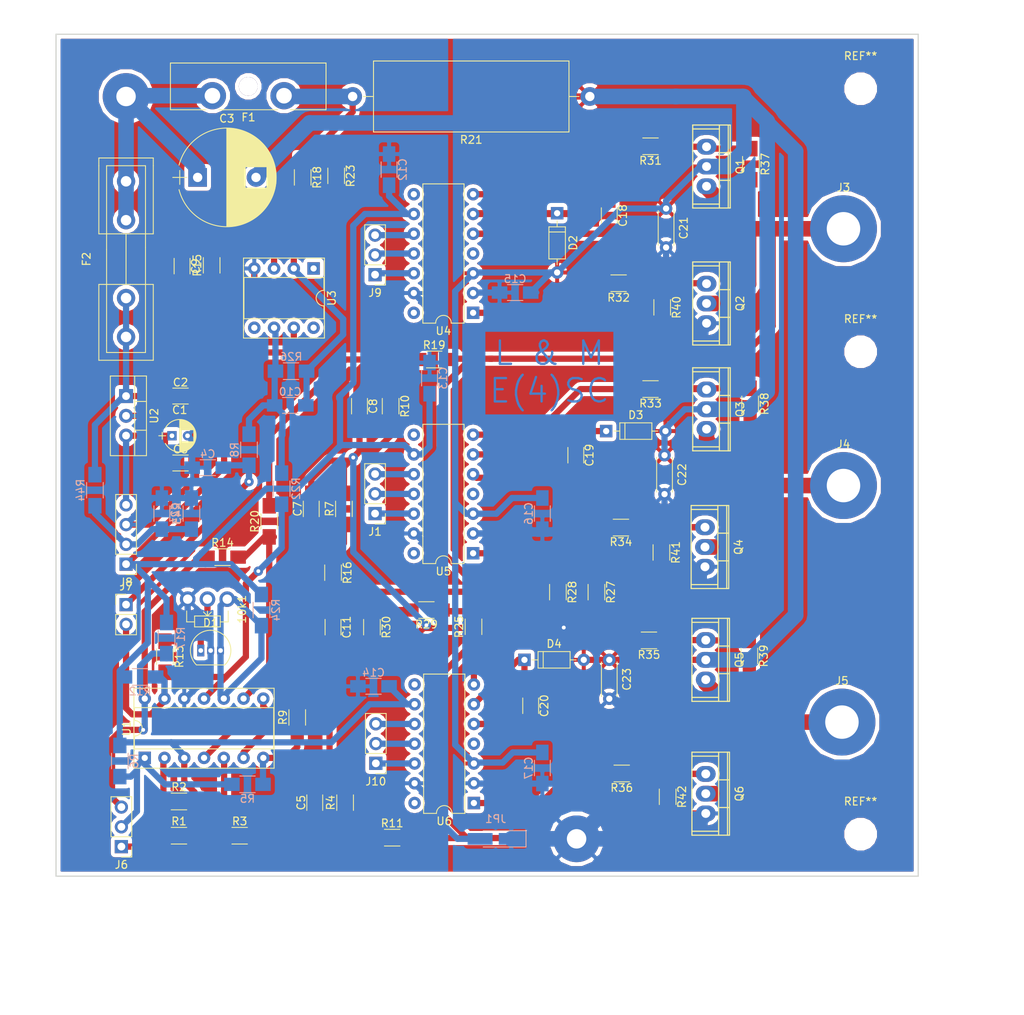
<source format=kicad_pcb>
(kicad_pcb (version 4) (host pcbnew 4.0.7)
  (layers (0 F.Cu signal) (31 B.Cu signal) (34 B.Paste user) (35 F.Paste user) (36 B.SilkS user) (37 F.SilkS user) (38 B.Mask user) (39 F.Mask user) (44 Edge.Cuts user))
  (net 0 "")
  (net 1 "Net-(10k1-Pad2)")
  (net 2 LogicGND)
  (net 3 "Net-(10k1-Pad1)")
  (net 4 "Net-(BT1-Pad1)")
  (net 5 PowerGND)
  (net 6 Logic9V)
  (net 7 BatVoltMeas)
  (net 8 MeanCur)
  (net 9 /PhaseCBEMF)
  (net 10 /PhaseBBEMF)
  (net 11 /PhaseABEMF)
  (net 12 "Net-(C9-Pad1)")
  (net 13 "Net-(C10-Pad1)")
  (net 14 "Net-(C10-Pad2)")
  (net 15 NeutralPoint')
  (net 16 LogicVCC)
  (net 17 PowerVCC)
  (net 18 "Net-(C18-Pad1)")
  (net 19 /PhaseA)
  (net 20 "Net-(C19-Pad1)")
  (net 21 /PhaseB)
  (net 22 "Net-(C20-Pad1)")
  (net 23 /PhaseC)
  (net 24 "Net-(F1-Pad1)")
  (net 25 /PhaseBLIN)
  (net 26 /PhaseBSD)
  (net 27 /PhaseBHIN)
  (net 28 /PhaseCTrig)
  (net 29 /PhaseBTrig)
  (net 30 /PhaseATrig)
  (net 31 OverCurInt)
  (net 32 /PhaseALIN)
  (net 33 /PhaseASD)
  (net 34 /PhaseAHIN)
  (net 35 /PhaseCLIN)
  (net 36 /PhaseCSD)
  (net 37 /PhaseCHIN)
  (net 38 "Net-(Q1-Pad1)")
  (net 39 "Net-(Q2-Pad1)")
  (net 40 "Net-(Q3-Pad1)")
  (net 41 "Net-(Q4-Pad1)")
  (net 42 "Net-(Q5-Pad1)")
  (net 43 "Net-(Q6-Pad1)")
  (net 44 "Net-(R1-Pad2)")
  (net 45 "Net-(R5-Pad2)")
  (net 46 "Net-(R13-Pad1)")
  (net 47 "Net-(R14-Pad2)")
  (net 48 "Net-(R25-Pad2)")
  (net 49 "Net-(R31-Pad2)")
  (net 50 "Net-(R32-Pad2)")
  (net 51 "Net-(R33-Pad2)")
  (net 52 "Net-(R34-Pad2)")
  (net 53 "Net-(R35-Pad2)")
  (net 54 "Net-(R36-Pad2)")
  (net 55 "Net-(U3-Pad1)")
  (net 56 "Net-(U3-Pad5)")
  (net 57 "Net-(U3-Pad8)")
  (net 58 "Net-(U4-Pad8)")
  (net 59 "Net-(U4-Pad4)")
  (net 60 "Net-(U4-Pad14)")
  (net 61 "Net-(U5-Pad8)")
  (net 62 "Net-(U5-Pad4)")
  (net 63 "Net-(U5-Pad14)")
  (net 64 "Net-(U6-Pad8)")
  (net 65 "Net-(U6-Pad4)")
  (net 66 "Net-(U6-Pad14)")
  (net 67 "Net-(C2-Pad1)")
  (module Mounting_Holes:MountingHole_3.2mm_M3 (layer F.Cu) (at 182.8 56.4)
    (fp_text reference REF** (at 0 -4.2) (layer F.SilkS))
    (fp_text value MountingHole_3.2mm_M3)
    (pad 1 np_thru_hole circle (at 0 0) (size 3.2 3.2) (drill 3.2) (layers *.Cu *.Mask))
  )
  (module Mounting_Holes:MountingHole_3.2mm_M3 (layer F.Cu) (at 182.8 118.4)
    (fp_text reference REF** (at 0 -4.2) (layer F.SilkS))
    (fp_text value MountingHole_3.2mm_M3)
    (pad 1 np_thru_hole circle (at 0 0) (size 3.2 3.2) (drill 3.2) (layers *.Cu *.Mask))
  )
  (module Wire_Connections_Bridges:WireConnection_2.50mmDrill_LargePad (layer F.Cu) (at 152.489301 141.428301)
    (fp_text reference BT1 hide)
    (fp_text value Battery hide)
    (pad 1 thru_hole circle (at -64.089301 -117.828301) (size 5.99948 5.99948) (drill 2.49936) (layers *.Cu *.Mask) (net 4 "Net-(BT1-Pad1)"))
    (pad 2 thru_hole circle (at -6.189301 -22.428301) (size 5.99948 5.99948) (drill 2.49936) (layers *.Cu *.Mask) (net 5 PowerGND))
  )
  (module Housings_DIP:DIP-14_W7.62mm (layer F.Cu) (at 133 51.4 180)
    (fp_text reference U4 (at 3.81 -2.33 180) (layer F.SilkS))
    (fp_text value IR2110)
    (pad 1 thru_hole rect (at 0 0 180) (size 1.6 1.6) (drill 0.8) (layers *.Cu *.Mask) (net 50 "Net-(R32-Pad2)"))
    (pad 8 thru_hole oval (at 7.62 15.24 180) (size 1.6 1.6) (drill 0.8) (layers *.Cu *.Mask) (net 58 "Net-(U4-Pad8)"))
    (pad 2 thru_hole oval (at 0 2.54 180) (size 1.6 1.6) (drill 0.8) (layers *.Cu *.Mask) (net 5 PowerGND))
    (pad 9 thru_hole oval (at 7.62 12.7 180) (size 1.6 1.6) (drill 0.8) (layers *.Cu *.Mask) (net 16 LogicVCC))
    (pad 3 thru_hole oval (at 0 5.08 180) (size 1.6 1.6) (drill 0.8) (layers *.Cu *.Mask) (net 17 PowerVCC))
    (pad 10 thru_hole oval (at 7.62 10.16 180) (size 1.6 1.6) (drill 0.8) (layers *.Cu *.Mask) (net 34 /PhaseAHIN))
    (pad 4 thru_hole oval (at 0 7.62 180) (size 1.6 1.6) (drill 0.8) (layers *.Cu *.Mask) (net 59 "Net-(U4-Pad4)"))
    (pad 11 thru_hole oval (at 7.62 7.62 180) (size 1.6 1.6) (drill 0.8) (layers *.Cu *.Mask) (net 33 /PhaseASD))
    (pad 5 thru_hole oval (at 0 10.16 180) (size 1.6 1.6) (drill 0.8) (layers *.Cu *.Mask) (net 19 /PhaseA))
    (pad 12 thru_hole oval (at 7.62 5.08 180) (size 1.6 1.6) (drill 0.8) (layers *.Cu *.Mask) (net 32 /PhaseALIN))
    (pad 6 thru_hole oval (at 0 12.7 180) (size 1.6 1.6) (drill 0.8) (layers *.Cu *.Mask) (net 18 "Net-(C18-Pad1)"))
    (pad 13 thru_hole oval (at 7.62 2.54 180) (size 1.6 1.6) (drill 0.8) (layers *.Cu *.Mask) (net 2 LogicGND))
    (pad 7 thru_hole oval (at 0 15.24 180) (size 1.6 1.6) (drill 0.8) (layers *.Cu *.Mask) (net 49 "Net-(R31-Pad2)"))
    (pad 14 thru_hole oval (at 7.62 0 180) (size 1.6 1.6) (drill 0.8) (layers *.Cu *.Mask) (net 60 "Net-(U4-Pad14)"))
  )
  (module Potentiometers:Potentiometer_WirePads_Small (layer F.Cu) (at 101.4 88.2 270)
    (fp_text reference 10k1 (at 1.3 -1.9 270) (layer F.SilkS))
    (fp_text value POT_TRIM)
    (pad 2 thru_hole circle (at 0 2.54 270) (size 2 2) (drill 1.2) (layers *.Cu *.Mask) (net 1 "Net-(10k1-Pad2)"))
    (pad 3 thru_hole circle (at 0 5.08 270) (size 2 2) (drill 1.2) (layers *.Cu *.Mask) (net 2 LogicGND))
    (pad 1 thru_hole circle (at 0 0 270) (size 2 2) (drill 1.2) (layers *.Cu *.Mask) (net 3 "Net-(10k1-Pad1)"))
  )
  (module Capacitors_THT:CP_Radial_D4.0mm_P2.00mm (layer F.Cu) (at 94.3 67.2)
    (fp_text reference C1 (at 1 -3.31) (layer F.SilkS))
    (fp_text value 1u)
    (pad 1 thru_hole rect (at 0 0) (size 1.2 1.2) (drill 0.6) (layers *.Cu *.Mask) (net 6 Logic9V))
    (pad 2 thru_hole circle (at 2 0) (size 1.2 1.2) (drill 0.6) (layers *.Cu *.Mask) (net 2 LogicGND))
  )
  (module Capacitors_SMD:C_1206_HandSoldering (layer F.Cu) (at 95.4 62.1)
    (fp_text reference C2 (at 0 -1.75) (layer F.SilkS))
    (fp_text value 100n)
    (pad 1 smd rect (at -2 0) (size 2 1.6) (layers F.Cu F.Paste F.Mask) (net 67 "Net-(C2-Pad1)"))
    (pad 2 smd rect (at 2 0) (size 2 1.6) (layers F.Cu F.Paste F.Mask) (net 2 LogicGND))
  )
  (module Capacitors_THT:CP_Radial_D12.5mm_P7.50mm (layer F.Cu) (at 97.6 34)
    (fp_text reference C3 (at 3.75 -7.56) (layer F.SilkS))
    (fp_text value 330u)
    (pad 1 thru_hole rect (at 0 0) (size 2.4 2.4) (drill 1.2) (layers *.Cu *.Mask) (net 4 "Net-(BT1-Pad1)"))
    (pad 2 thru_hole circle (at 7.5 0) (size 2.4 2.4) (drill 1.2) (layers *.Cu *.Mask) (net 5 PowerGND))
  )
  (module Capacitors_SMD:C_1206_HandSoldering (layer B.Cu) (at 98.9 71.3 180)
    (fp_text reference C4 (at 0 1.75 180) (layer B.SilkS) (effects (justify mirror)))
    (fp_text value 33n)
    (pad 1 smd rect (at -2 0 180) (size 2 1.6) (layers B.Cu B.Paste B.Mask) (net 8 MeanCur))
    (pad 2 smd rect (at 2 0 180) (size 2 1.6) (layers B.Cu B.Paste B.Mask) (net 2 LogicGND))
  )
  (module Capacitors_SMD:C_1206_HandSoldering (layer F.Cu) (at 112.65 114.35 90)
    (fp_text reference C5 (at 0 -1.75 90) (layer F.SilkS))
    (fp_text value 1n)
    (pad 1 smd rect (at -2 0 90) (size 2 1.6) (layers F.Cu F.Paste F.Mask) (net 9 /PhaseCBEMF))
    (pad 2 smd rect (at 2 0 90) (size 2 1.6) (layers F.Cu F.Paste F.Mask) (net 5 PowerGND))
  )
  (module Capacitors_SMD:C_1206_HandSoldering (layer F.Cu) (at 95.4 70.7)
    (fp_text reference C6 (at 0 -1.75) (layer F.SilkS))
    (fp_text value 1n)
    (pad 1 smd rect (at -2 0) (size 2 1.6) (layers F.Cu F.Paste F.Mask) (net 6 Logic9V))
    (pad 2 smd rect (at 2 0) (size 2 1.6) (layers F.Cu F.Paste F.Mask) (net 2 LogicGND))
  )
  (module Capacitors_SMD:C_1206_HandSoldering (layer F.Cu) (at 112.2 76.6 90)
    (fp_text reference C7 (at 0 -1.75 90) (layer F.SilkS))
    (fp_text value 1n)
    (pad 1 smd rect (at -2 0 90) (size 2 1.6) (layers F.Cu F.Paste F.Mask) (net 10 /PhaseBBEMF))
    (pad 2 smd rect (at 2 0 90) (size 2 1.6) (layers F.Cu F.Paste F.Mask) (net 5 PowerGND))
  )
  (module Capacitors_SMD:C_1206_HandSoldering (layer F.Cu) (at 118.4 63.4 270)
    (fp_text reference C8 (at 0 -1.75 270) (layer F.SilkS))
    (fp_text value 1n)
    (pad 1 smd rect (at -2 0 270) (size 2 1.6) (layers F.Cu F.Paste F.Mask) (net 11 /PhaseABEMF))
    (pad 2 smd rect (at 2 0 270) (size 2 1.6) (layers F.Cu F.Paste F.Mask) (net 5 PowerGND))
  )
  (module Capacitors_SMD:C_1206_HandSoldering (layer F.Cu) (at 95.6 45.4 270)
    (fp_text reference C9 (at 0 -1.75 270) (layer F.SilkS))
    (fp_text value 5.6n)
    (pad 1 smd rect (at -2 0 270) (size 2 1.6) (layers F.Cu F.Paste F.Mask) (net 12 "Net-(C9-Pad1)"))
    (pad 2 smd rect (at 2 0 270) (size 2 1.6) (layers F.Cu F.Paste F.Mask) (net 2 LogicGND))
  )
  (module Capacitors_SMD:C_1206_HandSoldering (layer B.Cu) (at 109.5 63.3 180)
    (fp_text reference C10 (at 0 1.75 180) (layer B.SilkS) (effects (justify mirror)))
    (fp_text value 5.6n)
    (pad 1 smd rect (at -2 0 180) (size 2 1.6) (layers B.Cu B.Paste B.Mask) (net 13 "Net-(C10-Pad1)"))
    (pad 2 smd rect (at 2 0 180) (size 2 1.6) (layers B.Cu B.Paste B.Mask) (net 14 "Net-(C10-Pad2)"))
  )
  (module Capacitors_SMD:C_1206_HandSoldering (layer F.Cu) (at 115 91.8 270)
    (fp_text reference C11 (at 0 -1.75 270) (layer F.SilkS))
    (fp_text value 6.8n)
    (pad 1 smd rect (at -2 0 270) (size 2 1.6) (layers F.Cu F.Paste F.Mask) (net 15 NeutralPoint'))
    (pad 2 smd rect (at 2 0 270) (size 2 1.6) (layers F.Cu F.Paste F.Mask) (net 5 PowerGND))
  )
  (module Capacitors_SMD:C_1206_HandSoldering (layer B.Cu) (at 122.2 33 90)
    (fp_text reference C12 (at 0 1.75 90) (layer B.SilkS) (effects (justify mirror)))
    (fp_text value 10n)
    (pad 1 smd rect (at -2 0 90) (size 2 1.6) (layers B.Cu B.Paste B.Mask) (net 16 LogicVCC))
    (pad 2 smd rect (at 2 0 90) (size 2 1.6) (layers B.Cu B.Paste B.Mask) (net 2 LogicGND))
  )
  (module Capacitors_SMD:C_1206_HandSoldering (layer B.Cu) (at 127.4 59.8 90)
    (fp_text reference C13 (at 0 1.75 90) (layer B.SilkS) (effects (justify mirror)))
    (fp_text value 10n)
    (pad 1 smd rect (at -2 0 90) (size 2 1.6) (layers B.Cu B.Paste B.Mask) (net 16 LogicVCC))
    (pad 2 smd rect (at 2 0 90) (size 2 1.6) (layers B.Cu B.Paste B.Mask) (net 2 LogicGND))
  )
  (module Capacitors_SMD:C_1206_HandSoldering (layer B.Cu) (at 120.2 99.4 180)
    (fp_text reference C14 (at 0 1.75 180) (layer B.SilkS) (effects (justify mirror)))
    (fp_text value 10n)
    (pad 1 smd rect (at -2 0 180) (size 2 1.6) (layers B.Cu B.Paste B.Mask) (net 16 LogicVCC))
    (pad 2 smd rect (at 2 0 180) (size 2 1.6) (layers B.Cu B.Paste B.Mask) (net 2 LogicGND))
  )
  (module Capacitors_SMD:C_1206_HandSoldering (layer B.Cu) (at 138.4 48.8 180)
    (fp_text reference C15 (at 0 1.75 180) (layer B.SilkS) (effects (justify mirror)))
    (fp_text value 33n)
    (pad 1 smd rect (at -2 0 180) (size 2 1.6) (layers B.Cu B.Paste B.Mask) (net 17 PowerVCC))
    (pad 2 smd rect (at 2 0 180) (size 2 1.6) (layers B.Cu B.Paste B.Mask) (net 5 PowerGND))
  )
  (module Capacitors_SMD:C_1206_HandSoldering (layer B.Cu) (at 141.9 77.2 270)
    (fp_text reference C16 (at 0 1.75 270) (layer B.SilkS) (effects (justify mirror)))
    (fp_text value 33n)
    (pad 1 smd rect (at -2 0 270) (size 2 1.6) (layers B.Cu B.Paste B.Mask) (net 17 PowerVCC))
    (pad 2 smd rect (at 2 0 270) (size 2 1.6) (layers B.Cu B.Paste B.Mask) (net 5 PowerGND))
  )
  (module Capacitors_SMD:C_1206_HandSoldering (layer B.Cu) (at 141.9 109.9 270)
    (fp_text reference C17 (at 0 1.75 270) (layer B.SilkS) (effects (justify mirror)))
    (fp_text value 33n)
    (pad 1 smd rect (at -2 0 270) (size 2 1.6) (layers B.Cu B.Paste B.Mask) (net 17 PowerVCC))
    (pad 2 smd rect (at 2 0 270) (size 2 1.6) (layers B.Cu B.Paste B.Mask) (net 5 PowerGND))
  )
  (module Capacitors_SMD:C_1206_HandSoldering (layer F.Cu) (at 150.5 38.9 270)
    (fp_text reference C18 (at 0 -1.75 270) (layer F.SilkS))
    (fp_text value 1u)
    (pad 1 smd rect (at -2 0 270) (size 2 1.6) (layers F.Cu F.Paste F.Mask) (net 18 "Net-(C18-Pad1)"))
    (pad 2 smd rect (at 2 0 270) (size 2 1.6) (layers F.Cu F.Paste F.Mask) (net 19 /PhaseA))
  )
  (module Capacitors_SMD:C_1206_HandSoldering (layer F.Cu) (at 146.2 69.7 270)
    (fp_text reference C19 (at 0 -1.75 270) (layer F.SilkS))
    (fp_text value 1u)
    (pad 1 smd rect (at -2 0 270) (size 2 1.6) (layers F.Cu F.Paste F.Mask) (net 20 "Net-(C19-Pad1)"))
    (pad 2 smd rect (at 2 0 270) (size 2 1.6) (layers F.Cu F.Paste F.Mask) (net 21 /PhaseB))
  )
  (module Capacitors_SMD:C_1206_HandSoldering (layer F.Cu) (at 140.4 101.9 270)
    (fp_text reference C20 (at 0 -1.75 270) (layer F.SilkS))
    (fp_text value 1u)
    (pad 1 smd rect (at -2 0 270) (size 2 1.6) (layers F.Cu F.Paste F.Mask) (net 22 "Net-(C20-Pad1)"))
    (pad 2 smd rect (at 2 0 270) (size 2 1.6) (layers F.Cu F.Paste F.Mask) (net 23 /PhaseC))
  )
  (module Capacitors_THT:C_Disc_D4.3mm_W1.9mm_P5.00mm (layer F.Cu) (at 157.8 38 270)
    (fp_text reference C21 (at 2.5 -2.26 270) (layer F.SilkS))
    (fp_text value 1u)
    (pad 1 thru_hole circle (at 0 0 270) (size 1.6 1.6) (drill 0.8) (layers *.Cu *.Mask) (net 17 PowerVCC))
    (pad 2 thru_hole circle (at 5 0 270) (size 1.6 1.6) (drill 0.8) (layers *.Cu *.Mask) (net 5 PowerGND))
  )
  (module Capacitors_THT:C_Disc_D4.3mm_W1.9mm_P5.00mm (layer F.Cu) (at 157.6 69.7 270)
    (fp_text reference C22 (at 2.5 -2.26 270) (layer F.SilkS))
    (fp_text value 1u)
    (pad 1 thru_hole circle (at 0 0 270) (size 1.6 1.6) (drill 0.8) (layers *.Cu *.Mask) (net 17 PowerVCC))
    (pad 2 thru_hole circle (at 5 0 270) (size 1.6 1.6) (drill 0.8) (layers *.Cu *.Mask) (net 5 PowerGND))
  )
  (module Capacitors_THT:C_Disc_D4.3mm_W1.9mm_P5.00mm (layer F.Cu) (at 150.5 96 270)
    (fp_text reference C23 (at 2.5 -2.26 270) (layer F.SilkS))
    (fp_text value 1u)
    (pad 1 thru_hole circle (at 0 0 270) (size 1.6 1.6) (drill 0.8) (layers *.Cu *.Mask) (net 17 PowerVCC))
    (pad 2 thru_hole circle (at 5 0 270) (size 1.6 1.6) (drill 0.8) (layers *.Cu *.Mask) (net 5 PowerGND))
  )
  (module TO_SOT_Packages_THT:TO-92_Inline_Narrow_Oval (layer F.Cu) (at 98 94.8)
    (fp_text reference D1 (at 1.27 -3.56) (layer F.SilkS))
    (fp_text value TL431LP)
    (pad 2 thru_hole oval (at 1.27 0 180) (size 0.9 1.5) (drill 0.6) (layers *.Cu *.Mask) (net 2 LogicGND))
    (pad 3 thru_hole oval (at 2.54 0 180) (size 0.9 1.5) (drill 0.6) (layers *.Cu *.Mask) (net 3 "Net-(10k1-Pad1)"))
    (pad 1 thru_hole rect (at 0 0 180) (size 0.9 1.5) (drill 0.6) (layers *.Cu *.Mask) (net 1 "Net-(10k1-Pad2)"))
  )
  (module Diodes_THT:D_DO-35_SOD27_P7.62mm_Horizontal (layer F.Cu) (at 143.8 38.6 270)
    (fp_text reference D2 (at 3.81 -2.06 270) (layer F.SilkS))
    (fp_text value IN4148)
    (pad 1 thru_hole rect (at 0 0 270) (size 1.6 1.6) (drill 0.8) (layers *.Cu *.Mask) (net 18 "Net-(C18-Pad1)"))
    (pad 2 thru_hole oval (at 7.62 0 270) (size 1.6 1.6) (drill 0.8) (layers *.Cu *.Mask) (net 17 PowerVCC))
  )
  (module Diodes_THT:D_DO-35_SOD27_P7.62mm_Horizontal (layer F.Cu) (at 150.1 66.6)
    (fp_text reference D3 (at 3.81 -2.06) (layer F.SilkS))
    (fp_text value IN4148)
    (pad 1 thru_hole rect (at 0 0) (size 1.6 1.6) (drill 0.8) (layers *.Cu *.Mask) (net 20 "Net-(C19-Pad1)"))
    (pad 2 thru_hole oval (at 7.62 0) (size 1.6 1.6) (drill 0.8) (layers *.Cu *.Mask) (net 17 PowerVCC))
  )
  (module Diodes_THT:D_DO-35_SOD27_P7.62mm_Horizontal (layer F.Cu) (at 139.6 96)
    (fp_text reference D4 (at 3.81 -2.06) (layer F.SilkS))
    (fp_text value IN4148)
    (pad 1 thru_hole rect (at 0 0) (size 1.6 1.6) (drill 0.8) (layers *.Cu *.Mask) (net 22 "Net-(C20-Pad1)"))
    (pad 2 thru_hole oval (at 7.62 0) (size 1.6 1.6) (drill 0.8) (layers *.Cu *.Mask) (net 17 PowerVCC))
  )
  (module Fuse_Holders_and_Fuses:Fuseholder_ATO_Blade_littlefuse_Pudenz_2_Pin (layer F.Cu) (at 108.7 23.5 180)
    (fp_text reference F1 (at 4.57 -2.78 180) (layer F.SilkS))
    (fp_text value Fuse)
    (pad 1 thru_hole circle (at 0 0 180) (size 3.5 3.5) (drill 2) (layers *.Cu *.Mask) (net 24 "Net-(F1-Pad1)"))
    (pad "" thru_hole circle (at 4.6 1.2 180) (size 2.4 2.4) (drill 2.4) (layers *.Cu *.Mask))
    (pad 2 thru_hole circle (at 9.2 0 180) (size 3.5 3.5) (drill 2) (layers *.Cu *.Mask) (net 4 "Net-(BT1-Pad1)"))
  )
  (module Fuse_Holders_and_Fuses:Fuseholder5x20_horiz_open_inline_Type-I (layer F.Cu) (at 88.4 54.5 90)
    (fp_text reference F2 (at 10 -5.08 90) (layer F.SilkS))
    (fp_text value Fuse)
    (pad 2 thru_hole circle (at 15 0 90) (size 2.35 2.35) (drill 1.35) (layers *.Cu *.Mask) (net 4 "Net-(BT1-Pad1)"))
    (pad 2 thru_hole circle (at 20 0 90) (size 2.35 2.35) (drill 1.35) (layers *.Cu *.Mask) (net 4 "Net-(BT1-Pad1)"))
    (pad 1 thru_hole circle (at 5 0 90) (size 2.35 2.35) (drill 1.35) (layers *.Cu *.Mask) (net 67 "Net-(C2-Pad1)"))
    (pad 1 thru_hole circle (at 0 0 90) (size 2.35 2.35) (drill 1.35) (layers *.Cu *.Mask) (net 67 "Net-(C2-Pad1)"))
  )
  (module Socket_Strips:Socket_Strip_Straight_1x03_Pitch2.54mm (layer F.Cu) (at 120.4 77.2 180)
    (fp_text reference J1 (at 0 -2.33 180) (layer F.SilkS))
    (fp_text value Conn_01x03)
    (pad 1 thru_hole rect (at 0 0 180) (size 1.7 1.7) (drill 1) (layers *.Cu *.Mask) (net 25 /PhaseBLIN))
    (pad 2 thru_hole oval (at 0 2.54 180) (size 1.7 1.7) (drill 1) (layers *.Cu *.Mask) (net 26 /PhaseBSD))
    (pad 3 thru_hole oval (at 0 5.08 180) (size 1.7 1.7) (drill 1) (layers *.Cu *.Mask) (net 27 /PhaseBHIN))
  )
  (module Mounting_Holes:MountingHole_4.3mm_M4_Pad (layer F.Cu) (at 180.6 40.6)
    (fp_text reference J3 (at 0 -5.3) (layer F.SilkS))
    (fp_text value Conn_01x01)
    (pad 1 thru_hole circle (at 0 0) (size 8.6 8.6) (drill 4.3) (layers *.Cu *.Mask) (net 19 /PhaseA))
  )
  (module Mounting_Holes:MountingHole_4.3mm_M4_Pad (layer F.Cu) (at 180.6 73.6)
    (fp_text reference J4 (at 0 -5.3) (layer F.SilkS))
    (fp_text value Conn_01x01)
    (pad 1 thru_hole circle (at 0 0) (size 8.6 8.6) (drill 4.3) (layers *.Cu *.Mask) (net 21 /PhaseB))
  )
  (module Mounting_Holes:MountingHole_4.3mm_M4_Pad (layer F.Cu) (at 180.4 104)
    (fp_text reference J5 (at 0 -5.3) (layer F.SilkS))
    (fp_text value Conn_01x01)
    (pad 1 thru_hole circle (at 0 0) (size 8.6 8.6) (drill 4.3) (layers *.Cu *.Mask) (net 23 /PhaseC))
  )
  (module Socket_Strips:Socket_Strip_Straight_1x03_Pitch2.54mm (layer F.Cu) (at 87.8 120 180)
    (fp_text reference J6 (at 0 -2.33 180) (layer F.SilkS))
    (fp_text value Conn_01x03)
    (pad 1 thru_hole rect (at 0 0 180) (size 1.7 1.7) (drill 1) (layers *.Cu *.Mask) (net 28 /PhaseCTrig))
    (pad 2 thru_hole oval (at 0 2.54 180) (size 1.7 1.7) (drill 1) (layers *.Cu *.Mask) (net 29 /PhaseBTrig))
    (pad 3 thru_hole oval (at 0 5.08 180) (size 1.7 1.7) (drill 1) (layers *.Cu *.Mask) (net 30 /PhaseATrig))
  )
  (module Socket_Strips:Socket_Strip_Straight_1x02_Pitch2.54mm (layer F.Cu) (at 88.4 88.9)
    (fp_text reference J7 (at 0 -2.33) (layer F.SilkS))
    (fp_text value Conn_01x02)
    (pad 1 thru_hole rect (at 0 0) (size 1.7 1.7) (drill 1) (layers *.Cu *.Mask) (net 8 MeanCur))
    (pad 2 thru_hole oval (at 0 2.54) (size 1.7 1.7) (drill 1) (layers *.Cu *.Mask) (net 31 OverCurInt))
  )
  (module Socket_Strips:Socket_Strip_Straight_1x04_Pitch2.54mm (layer F.Cu) (at 88.4 83.7 180)
    (fp_text reference J8 (at 0 -2.33 180) (layer F.SilkS))
    (fp_text value Conn_01x04)
    (pad 1 thru_hole rect (at 0 0 180) (size 1.7 1.7) (drill 1) (layers *.Cu *.Mask) (net 16 LogicVCC))
    (pad 2 thru_hole oval (at 0 2.54 180) (size 1.7 1.7) (drill 1) (layers *.Cu *.Mask) (net 7 BatVoltMeas))
    (pad 3 thru_hole oval (at 0 5.08 180) (size 1.7 1.7) (drill 1) (layers *.Cu *.Mask) (net 2 LogicGND))
    (pad 4 thru_hole oval (at 0 7.62 180) (size 1.7 1.7) (drill 1) (layers *.Cu *.Mask) (net 6 Logic9V))
  )
  (module Socket_Strips:Socket_Strip_Straight_1x03_Pitch2.54mm (layer F.Cu) (at 120.4 46.5 180)
    (fp_text reference J9 (at 0 -2.33 180) (layer F.SilkS))
    (fp_text value Conn_01x03)
    (pad 1 thru_hole rect (at 0 0 180) (size 1.7 1.7) (drill 1) (layers *.Cu *.Mask) (net 32 /PhaseALIN))
    (pad 2 thru_hole oval (at 0 2.54 180) (size 1.7 1.7) (drill 1) (layers *.Cu *.Mask) (net 33 /PhaseASD))
    (pad 3 thru_hole oval (at 0 5.08 180) (size 1.7 1.7) (drill 1) (layers *.Cu *.Mask) (net 34 /PhaseAHIN))
  )
  (module Socket_Strips:Socket_Strip_Straight_1x03_Pitch2.54mm (layer F.Cu) (at 120.5 109.3 180)
    (fp_text reference J10 (at 0 -2.33 180) (layer F.SilkS))
    (fp_text value Conn_01x03)
    (pad 1 thru_hole rect (at 0 0 180) (size 1.7 1.7) (drill 1) (layers *.Cu *.Mask) (net 35 /PhaseCLIN))
    (pad 2 thru_hole oval (at 0 2.54 180) (size 1.7 1.7) (drill 1) (layers *.Cu *.Mask) (net 36 /PhaseCSD))
    (pad 3 thru_hole oval (at 0 5.08 180) (size 1.7 1.7) (drill 1) (layers *.Cu *.Mask) (net 37 /PhaseCHIN))
  )
  (module Capacitors_Tantalum_SMD:CP_Tantalum_Case-A_EIA-3216-18_Hand (layer B.Cu) (at 135.9 119 180)
    (fp_text reference JP1 (at 0 2.55 180) (layer B.SilkS) (effects (justify mirror)))
    (fp_text value Jumper_NC_Small)
    (pad 1 smd rect (at -2 0 180) (size 3.2 1.5) (layers B.Cu B.Paste B.Mask) (net 5 PowerGND))
    (pad 2 smd rect (at 2 0 180) (size 3.2 1.5) (layers B.Cu B.Paste B.Mask) (net 2 LogicGND))
  )
  (module Power_Integrations:TO-220 (layer F.Cu) (at 163 32.6 270)
    (fp_text reference Q1 (at 0 -4.318 270) (layer F.SilkS))
    (fp_text value IRF3205)
    (pad 2 thru_hole oval (at 0 0 270) (size 2.032 2.54) (drill 1.143) (layers *.Cu *.Mask) (net 17 PowerVCC))
    (pad 3 thru_hole oval (at 2.54 0 270) (size 2.032 2.54) (drill 1.143) (layers *.Cu *.Mask) (net 19 /PhaseA))
    (pad 1 thru_hole oval (at -2.54 0 270) (size 2.032 2.54) (drill 1.143) (layers *.Cu *.Mask) (net 38 "Net-(Q1-Pad1)"))
  )
  (module Power_Integrations:TO-220 (layer F.Cu) (at 163 50.2 270)
    (fp_text reference Q2 (at 0 -4.318 270) (layer F.SilkS))
    (fp_text value IRF3205)
    (pad 2 thru_hole oval (at 0 0 270) (size 2.032 2.54) (drill 1.143) (layers *.Cu *.Mask) (net 19 /PhaseA))
    (pad 3 thru_hole oval (at 2.54 0 270) (size 2.032 2.54) (drill 1.143) (layers *.Cu *.Mask) (net 5 PowerGND))
    (pad 1 thru_hole oval (at -2.54 0 270) (size 2.032 2.54) (drill 1.143) (layers *.Cu *.Mask) (net 39 "Net-(Q2-Pad1)"))
  )
  (module Power_Integrations:TO-220 (layer F.Cu) (at 163 63.8 270)
    (fp_text reference Q3 (at 0 -4.318 270) (layer F.SilkS))
    (fp_text value IRF3205)
    (pad 2 thru_hole oval (at 0 0 270) (size 2.032 2.54) (drill 1.143) (layers *.Cu *.Mask) (net 17 PowerVCC))
    (pad 3 thru_hole oval (at 2.54 0 270) (size 2.032 2.54) (drill 1.143) (layers *.Cu *.Mask) (net 21 /PhaseB))
    (pad 1 thru_hole oval (at -2.54 0 270) (size 2.032 2.54) (drill 1.143) (layers *.Cu *.Mask) (net 40 "Net-(Q3-Pad1)"))
  )
  (module Power_Integrations:TO-220 (layer F.Cu) (at 162.8 81.5 270)
    (fp_text reference Q4 (at 0 -4.318 270) (layer F.SilkS))
    (fp_text value IRF3205)
    (pad 2 thru_hole oval (at 0 0 270) (size 2.032 2.54) (drill 1.143) (layers *.Cu *.Mask) (net 21 /PhaseB))
    (pad 3 thru_hole oval (at 2.54 0 270) (size 2.032 2.54) (drill 1.143) (layers *.Cu *.Mask) (net 5 PowerGND))
    (pad 1 thru_hole oval (at -2.54 0 270) (size 2.032 2.54) (drill 1.143) (layers *.Cu *.Mask) (net 41 "Net-(Q4-Pad1)"))
  )
  (module Power_Integrations:TO-220 (layer F.Cu) (at 162.9 96 270)
    (fp_text reference Q5 (at 0 -4.318 270) (layer F.SilkS))
    (fp_text value IRF3205)
    (pad 2 thru_hole oval (at 0 0 270) (size 2.032 2.54) (drill 1.143) (layers *.Cu *.Mask) (net 17 PowerVCC))
    (pad 3 thru_hole oval (at 2.54 0 270) (size 2.032 2.54) (drill 1.143) (layers *.Cu *.Mask) (net 23 /PhaseC))
    (pad 1 thru_hole oval (at -2.54 0 270) (size 2.032 2.54) (drill 1.143) (layers *.Cu *.Mask) (net 42 "Net-(Q5-Pad1)"))
  )
  (module Power_Integrations:TO-220 (layer F.Cu) (at 162.9 113.2 270)
    (fp_text reference Q6 (at 0 -4.318 270) (layer F.SilkS))
    (fp_text value IRF3205)
    (pad 2 thru_hole oval (at 0 0 270) (size 2.032 2.54) (drill 1.143) (layers *.Cu *.Mask) (net 23 /PhaseC))
    (pad 3 thru_hole oval (at 2.54 0 270) (size 2.032 2.54) (drill 1.143) (layers *.Cu *.Mask) (net 5 PowerGND))
    (pad 1 thru_hole oval (at -2.54 0 270) (size 2.032 2.54) (drill 1.143) (layers *.Cu *.Mask) (net 43 "Net-(Q6-Pad1)"))
  )
  (module Resistors_SMD:R_1206_HandSoldering (layer F.Cu) (at 95.2 118.6)
    (fp_text reference R1 (at 0 -1.85) (layer F.SilkS))
    (fp_text value 220k)
    (pad 1 smd rect (at -2 0) (size 2 1.7) (layers F.Cu F.Paste F.Mask) (net 28 /PhaseCTrig))
    (pad 2 smd rect (at 2 0) (size 2 1.7) (layers F.Cu F.Paste F.Mask) (net 44 "Net-(R1-Pad2)"))
  )
  (module Resistors_SMD:R_1206_HandSoldering (layer F.Cu) (at 95.2 114.2)
    (fp_text reference R2 (at 0 -1.85) (layer F.SilkS))
    (fp_text value 6.8k)
    (pad 1 smd rect (at -2 0) (size 2 1.7) (layers F.Cu F.Paste F.Mask) (net 28 /PhaseCTrig))
    (pad 2 smd rect (at 2 0) (size 2 1.7) (layers F.Cu F.Paste F.Mask) (net 16 LogicVCC))
  )
  (module Resistors_SMD:R_1206_HandSoldering (layer F.Cu) (at 103 118.6)
    (fp_text reference R3 (at 0 -1.85) (layer F.SilkS))
    (fp_text value 10k)
    (pad 1 smd rect (at -2 0) (size 2 1.7) (layers F.Cu F.Paste F.Mask) (net 44 "Net-(R1-Pad2)"))
    (pad 2 smd rect (at 2 0) (size 2 1.7) (layers F.Cu F.Paste F.Mask) (net 9 /PhaseCBEMF))
  )
  (module Resistors_SMD:R_1206_HandSoldering (layer F.Cu) (at 116.55 114.35 90)
    (fp_text reference R4 (at 0 -1.85 90) (layer F.SilkS))
    (fp_text value 100k)
    (pad 1 smd rect (at -2 0 90) (size 2 1.7) (layers F.Cu F.Paste F.Mask) (net 9 /PhaseCBEMF))
    (pad 2 smd rect (at 2 0 90) (size 2 1.7) (layers F.Cu F.Paste F.Mask) (net 5 PowerGND))
  )
  (module Resistors_SMD:R_1206_HandSoldering (layer B.Cu) (at 104 112)
    (fp_text reference R5 (at 0 1.85) (layer B.SilkS) (effects (justify mirror)))
    (fp_text value 220k)
    (pad 1 smd rect (at -2 0) (size 2 1.7) (layers B.Cu B.Paste B.Mask) (net 29 /PhaseBTrig))
    (pad 2 smd rect (at 2 0) (size 2 1.7) (layers B.Cu B.Paste B.Mask) (net 45 "Net-(R5-Pad2)"))
  )
  (module Resistors_SMD:R_1206_HandSoldering (layer B.Cu) (at 87.6 109 90)
    (fp_text reference R6 (at 0 1.85 90) (layer B.SilkS) (effects (justify mirror)))
    (fp_text value 6.8k)
    (pad 1 smd rect (at -2 0 90) (size 2 1.7) (layers B.Cu B.Paste B.Mask) (net 29 /PhaseBTrig))
    (pad 2 smd rect (at 2 0 90) (size 2 1.7) (layers B.Cu B.Paste B.Mask) (net 16 LogicVCC))
  )
  (module Resistors_SMD:R_1206_HandSoldering (layer F.Cu) (at 116.4 76.6 90)
    (fp_text reference R7 (at 0 -1.85 90) (layer F.SilkS))
    (fp_text value 100k)
    (pad 1 smd rect (at -2 0 90) (size 2 1.7) (layers F.Cu F.Paste F.Mask) (net 10 /PhaseBBEMF))
    (pad 2 smd rect (at 2 0 90) (size 2 1.7) (layers F.Cu F.Paste F.Mask) (net 5 PowerGND))
  )
  (module Resistors_SMD:R_1206_HandSoldering (layer B.Cu) (at 104.2 69 270)
    (fp_text reference R8 (at 0 1.85 270) (layer B.SilkS) (effects (justify mirror)))
    (fp_text value 4k7)
    (pad 1 smd rect (at -2 0 270) (size 2 1.7) (layers B.Cu B.Paste B.Mask) (net 14 "Net-(C10-Pad2)"))
    (pad 2 smd rect (at 2 0 270) (size 2 1.7) (layers B.Cu B.Paste B.Mask) (net 8 MeanCur))
  )
  (module Resistors_SMD:R_1206_HandSoldering (layer F.Cu) (at 110.4 103.4 90)
    (fp_text reference R9 (at 0 -1.85 90) (layer F.SilkS))
    (fp_text value 10k)
    (pad 1 smd rect (at -2 0 90) (size 2 1.7) (layers F.Cu F.Paste F.Mask) (net 45 "Net-(R5-Pad2)"))
    (pad 2 smd rect (at 2 0 90) (size 2 1.7) (layers F.Cu F.Paste F.Mask) (net 10 /PhaseBBEMF))
  )
  (module Resistors_SMD:R_1206_HandSoldering (layer F.Cu) (at 122.4 63.4 270)
    (fp_text reference R10 (at 0 -1.85 270) (layer F.SilkS))
    (fp_text value 100k)
    (pad 1 smd rect (at -2 0 270) (size 2 1.7) (layers F.Cu F.Paste F.Mask) (net 11 /PhaseABEMF))
    (pad 2 smd rect (at 2 0 270) (size 2 1.7) (layers F.Cu F.Paste F.Mask) (net 5 PowerGND))
  )
  (module Resistors_SMD:R_1206_HandSoldering (layer F.Cu) (at 122.6 118.85)
    (fp_text reference R11 (at 0 -1.85) (layer F.SilkS))
    (fp_text value 100k)
    (pad 1 smd rect (at -2 0) (size 2 1.7) (layers F.Cu F.Paste F.Mask) (net 9 /PhaseCBEMF))
    (pad 2 smd rect (at 2 0) (size 2 1.7) (layers F.Cu F.Paste F.Mask) (net 23 /PhaseC))
  )
  (module Resistors_SMD:R_1206_HandSoldering (layer B.Cu) (at 90.2 98.2)
    (fp_text reference R12 (at 0 1.85) (layer B.SilkS) (effects (justify mirror)))
    (fp_text value 6k8)
    (pad 1 smd rect (at -2 0) (size 2 1.7) (layers B.Cu B.Paste B.Mask) (net 16 LogicVCC))
    (pad 2 smd rect (at 2 0) (size 2 1.7) (layers B.Cu B.Paste B.Mask) (net 31 OverCurInt))
  )
  (module Resistors_SMD:R_1206_HandSoldering (layer F.Cu) (at 93.4 95.6 270)
    (fp_text reference R13 (at 0 -1.85 270) (layer F.SilkS))
    (fp_text value 220k)
    (pad 1 smd rect (at -2 0 270) (size 2 1.7) (layers F.Cu F.Paste F.Mask) (net 46 "Net-(R13-Pad1)"))
    (pad 2 smd rect (at 2 0 270) (size 2 1.7) (layers F.Cu F.Paste F.Mask) (net 31 OverCurInt))
  )
  (module Resistors_SMD:R_1206_HandSoldering (layer F.Cu) (at 100.8 82.8)
    (fp_text reference R14 (at 0 -1.85) (layer F.SilkS))
    (fp_text value 220k)
    (pad 1 smd rect (at -2 0) (size 2 1.7) (layers F.Cu F.Paste F.Mask) (net 30 /PhaseATrig))
    (pad 2 smd rect (at 2 0) (size 2 1.7) (layers F.Cu F.Paste F.Mask) (net 47 "Net-(R14-Pad2)"))
  )
  (module Resistors_SMD:R_1206_HandSoldering (layer F.Cu) (at 99.4 45.3 90)
    (fp_text reference R15 (at 0 -1.85 90) (layer F.SilkS))
    (fp_text value 33k)
    (pad 1 smd rect (at -2 0 90) (size 2 1.7) (layers F.Cu F.Paste F.Mask) (net 2 LogicGND))
    (pad 2 smd rect (at 2 0 90) (size 2 1.7) (layers F.Cu F.Paste F.Mask) (net 12 "Net-(C9-Pad1)"))
  )
  (module Resistors_SMD:R_1206_HandSoldering (layer F.Cu) (at 115 84.8 270)
    (fp_text reference R16 (at 0 -1.85 270) (layer F.SilkS))
    (fp_text value 100k)
    (pad 1 smd rect (at -2 0 270) (size 2 1.7) (layers F.Cu F.Paste F.Mask) (net 10 /PhaseBBEMF))
    (pad 2 smd rect (at 2 0 270) (size 2 1.7) (layers F.Cu F.Paste F.Mask) (net 21 /PhaseB))
  )
  (module Resistors_SMD:R_1206_HandSoldering (layer B.Cu) (at 93.6 93.2 90)
    (fp_text reference R17 (at 0 1.85 90) (layer B.SilkS) (effects (justify mirror)))
    (fp_text value 6.8k)
    (pad 1 smd rect (at -2 0 90) (size 2 1.7) (layers B.Cu B.Paste B.Mask) (net 30 /PhaseATrig))
    (pad 2 smd rect (at 2 0 90) (size 2 1.7) (layers B.Cu B.Paste B.Mask) (net 16 LogicVCC))
  )
  (module Resistors_SMD:R_1206_HandSoldering (layer F.Cu) (at 111.1 34 270)
    (fp_text reference R18 (at 0 -1.85 270) (layer F.SilkS))
    (fp_text value 3k)
    (pad 1 smd rect (at -2 0 270) (size 2 1.7) (layers F.Cu F.Paste F.Mask) (net 24 "Net-(F1-Pad1)"))
    (pad 2 smd rect (at 2 0 270) (size 2 1.7) (layers F.Cu F.Paste F.Mask) (net 12 "Net-(C9-Pad1)"))
  )
  (module Resistors_SMD:R_1206_HandSoldering (layer F.Cu) (at 128 57.4)
    (fp_text reference R19 (at 0 -1.85) (layer F.SilkS))
    (fp_text value 100k)
    (pad 1 smd rect (at -2 0) (size 2 1.7) (layers F.Cu F.Paste F.Mask) (net 11 /PhaseABEMF))
    (pad 2 smd rect (at 2 0) (size 2 1.7) (layers F.Cu F.Paste F.Mask) (net 19 /PhaseA))
  )
  (module Resistors_SMD:R_1206_HandSoldering (layer F.Cu) (at 106.8 78.2 90)
    (fp_text reference R20 (at 0 -1.85 90) (layer F.SilkS))
    (fp_text value 10k)
    (pad 1 smd rect (at -2 0 90) (size 2 1.7) (layers F.Cu F.Paste F.Mask) (net 47 "Net-(R14-Pad2)"))
    (pad 2 smd rect (at 2 0 90) (size 2 1.7) (layers F.Cu F.Paste F.Mask) (net 11 /PhaseABEMF))
  )
  (module Resistors_THT:R_Axial_Power_L25.0mm_W9.0mm_P30.48mm (layer F.Cu) (at 148 23.6 180)
    (fp_text reference R21 (at 15.24 -5.56 180) (layer F.SilkS))
    (fp_text value 5m)
    (pad 1 thru_hole circle (at 0 0 180) (size 2.4 2.4) (drill 1.2) (layers *.Cu *.Mask) (net 17 PowerVCC))
    (pad 2 thru_hole oval (at 30.48 0 180) (size 2.4 2.4) (drill 1.2) (layers *.Cu *.Mask) (net 24 "Net-(F1-Pad1)"))
  )
  (module Resistors_SMD:R_1206_HandSoldering (layer B.Cu) (at 108.4 74 90)
    (fp_text reference R22 (at 0 1.85 90) (layer B.SilkS) (effects (justify mirror)))
    (fp_text value 10k)
    (pad 1 smd rect (at -2 0 90) (size 2 1.7) (layers B.Cu B.Paste B.Mask) (net 46 "Net-(R13-Pad1)"))
    (pad 2 smd rect (at 2 0 90) (size 2 1.7) (layers B.Cu B.Paste B.Mask) (net 14 "Net-(C10-Pad2)"))
  )
  (module Resistors_SMD:R_1206_HandSoldering (layer F.Cu) (at 115.4 33.8 270)
    (fp_text reference R23 (at 0 -1.85 270) (layer F.SilkS))
    (fp_text value 3k)
    (pad 1 smd rect (at -2 0 270) (size 2 1.7) (layers F.Cu F.Paste F.Mask) (net 17 PowerVCC))
    (pad 2 smd rect (at 2 0 270) (size 2 1.7) (layers F.Cu F.Paste F.Mask) (net 13 "Net-(C10-Pad1)"))
  )
  (module Resistors_SMD:R_1206_HandSoldering (layer B.Cu) (at 105.8 89.6 90)
    (fp_text reference R24 (at 0 1.85 90) (layer B.SilkS) (effects (justify mirror)))
    (fp_text value 330)
    (pad 1 smd rect (at -2 0 90) (size 2 1.7) (layers B.Cu B.Paste B.Mask) (net 3 "Net-(10k1-Pad1)"))
    (pad 2 smd rect (at 2 0 90) (size 2 1.7) (layers B.Cu B.Paste B.Mask) (net 16 LogicVCC))
  )
  (module Resistors_SMD:R_1206_HandSoldering (layer F.Cu) (at 133.05 91.75 90)
    (fp_text reference R25 (at 0 -1.85 90) (layer F.SilkS))
    (fp_text value 6k8)
    (pad 1 smd rect (at -2 0 90) (size 2 1.7) (layers F.Cu F.Paste F.Mask) (net 23 /PhaseC))
    (pad 2 smd rect (at 2 0 90) (size 2 1.7) (layers F.Cu F.Paste F.Mask) (net 48 "Net-(R25-Pad2)"))
  )
  (module Resistors_SMD:R_1206_HandSoldering (layer B.Cu) (at 109.6 58.9 180)
    (fp_text reference R26 (at 0 1.85 180) (layer B.SilkS) (effects (justify mirror)))
    (fp_text value 33k)
    (pad 1 smd rect (at -2 0 180) (size 2 1.7) (layers B.Cu B.Paste B.Mask) (net 13 "Net-(C10-Pad1)"))
    (pad 2 smd rect (at 2 0 180) (size 2 1.7) (layers B.Cu B.Paste B.Mask) (net 14 "Net-(C10-Pad2)"))
  )
  (module Resistors_SMD:R_1206_HandSoldering (layer F.Cu) (at 148.85 87.3 270)
    (fp_text reference R27 (at 0 -1.85 270) (layer F.SilkS))
    (fp_text value 6k8)
    (pad 1 smd rect (at -2 0 270) (size 2 1.7) (layers F.Cu F.Paste F.Mask) (net 21 /PhaseB))
    (pad 2 smd rect (at 2 0 270) (size 2 1.7) (layers F.Cu F.Paste F.Mask) (net 48 "Net-(R25-Pad2)"))
  )
  (module Resistors_SMD:R_1206_HandSoldering (layer F.Cu) (at 143.9 87.3 270)
    (fp_text reference R28 (at 0 -1.85 270) (layer F.SilkS))
    (fp_text value 6k8)
    (pad 1 smd rect (at -2 0 270) (size 2 1.7) (layers F.Cu F.Paste F.Mask) (net 19 /PhaseA))
    (pad 2 smd rect (at 2 0 270) (size 2 1.7) (layers F.Cu F.Paste F.Mask) (net 48 "Net-(R25-Pad2)"))
  )
  (module Resistors_SMD:R_1206_HandSoldering (layer F.Cu) (at 127 89.6 180)
    (fp_text reference R29 (at 0 -1.85 180) (layer F.SilkS))
    (fp_text value 100k)
    (pad 1 smd rect (at -2 0 180) (size 2 1.7) (layers F.Cu F.Paste F.Mask) (net 48 "Net-(R25-Pad2)"))
    (pad 2 smd rect (at 2 0 180) (size 2 1.7) (layers F.Cu F.Paste F.Mask) (net 15 NeutralPoint'))
  )
  (module Resistors_SMD:R_1206_HandSoldering (layer F.Cu) (at 120 91.8 270)
    (fp_text reference R30 (at 0 -1.85 270) (layer F.SilkS))
    (fp_text value 100k)
    (pad 1 smd rect (at -2 0 270) (size 2 1.7) (layers F.Cu F.Paste F.Mask) (net 15 NeutralPoint'))
    (pad 2 smd rect (at 2 0 270) (size 2 1.7) (layers F.Cu F.Paste F.Mask) (net 5 PowerGND))
  )
  (module Resistors_SMD:R_1206_HandSoldering (layer F.Cu) (at 155.8 30 180)
    (fp_text reference R31 (at 0 -1.85 180) (layer F.SilkS))
    (fp_text value 22)
    (pad 1 smd rect (at -2 0 180) (size 2 1.7) (layers F.Cu F.Paste F.Mask) (net 38 "Net-(Q1-Pad1)"))
    (pad 2 smd rect (at 2 0 180) (size 2 1.7) (layers F.Cu F.Paste F.Mask) (net 49 "Net-(R31-Pad2)"))
  )
  (module Resistors_SMD:R_1206_HandSoldering (layer F.Cu) (at 151.7 47.6 180)
    (fp_text reference R32 (at 0 -1.85 180) (layer F.SilkS))
    (fp_text value 22)
    (pad 1 smd rect (at -2 0 180) (size 2 1.7) (layers F.Cu F.Paste F.Mask) (net 39 "Net-(Q2-Pad1)"))
    (pad 2 smd rect (at 2 0 180) (size 2 1.7) (layers F.Cu F.Paste F.Mask) (net 50 "Net-(R32-Pad2)"))
  )
  (module Resistors_SMD:R_1206_HandSoldering (layer F.Cu) (at 155.8 61.2 180)
    (fp_text reference R33 (at 0 -1.85 180) (layer F.SilkS))
    (fp_text value 22)
    (pad 1 smd rect (at -2 0 180) (size 2 1.7) (layers F.Cu F.Paste F.Mask) (net 40 "Net-(Q3-Pad1)"))
    (pad 2 smd rect (at 2 0 180) (size 2 1.7) (layers F.Cu F.Paste F.Mask) (net 51 "Net-(R33-Pad2)"))
  )
  (module Resistors_SMD:R_1206_HandSoldering (layer F.Cu) (at 152 79 180)
    (fp_text reference R34 (at 0 -1.85 180) (layer F.SilkS))
    (fp_text value 22)
    (pad 1 smd rect (at -2 0 180) (size 2 1.7) (layers F.Cu F.Paste F.Mask) (net 41 "Net-(Q4-Pad1)"))
    (pad 2 smd rect (at 2 0 180) (size 2 1.7) (layers F.Cu F.Paste F.Mask) (net 52 "Net-(R34-Pad2)"))
  )
  (module Resistors_SMD:R_1206_HandSoldering (layer F.Cu) (at 155.6 93.5 180)
    (fp_text reference R35 (at 0 -1.85 180) (layer F.SilkS))
    (fp_text value 22)
    (pad 1 smd rect (at -2 0 180) (size 2 1.7) (layers F.Cu F.Paste F.Mask) (net 42 "Net-(Q5-Pad1)"))
    (pad 2 smd rect (at 2 0 180) (size 2 1.7) (layers F.Cu F.Paste F.Mask) (net 53 "Net-(R35-Pad2)"))
  )
  (module Resistors_SMD:R_1206_HandSoldering (layer F.Cu) (at 152.1 110.6 180)
    (fp_text reference R36 (at 0 -1.85 180) (layer F.SilkS))
    (fp_text value 22)
    (pad 1 smd rect (at -2 0 180) (size 2 1.7) (layers F.Cu F.Paste F.Mask) (net 43 "Net-(Q6-Pad1)"))
    (pad 2 smd rect (at 2 0 180) (size 2 1.7) (layers F.Cu F.Paste F.Mask) (net 54 "Net-(R36-Pad2)"))
  )
  (module Resistors_SMD:R_1206_HandSoldering (layer F.Cu) (at 168.7 32.3 270)
    (fp_text reference R37 (at 0 -1.85 270) (layer F.SilkS))
    (fp_text value 10k)
    (pad 1 smd rect (at -2 0 270) (size 2 1.7) (layers F.Cu F.Paste F.Mask) (net 38 "Net-(Q1-Pad1)"))
    (pad 2 smd rect (at 2 0 270) (size 2 1.7) (layers F.Cu F.Paste F.Mask) (net 19 /PhaseA))
  )
  (module Resistors_SMD:R_1206_HandSoldering (layer F.Cu) (at 168.6 63.1 270)
    (fp_text reference R38 (at 0 -1.85 270) (layer F.SilkS))
    (fp_text value 10k)
    (pad 1 smd rect (at -2 0 270) (size 2 1.7) (layers F.Cu F.Paste F.Mask) (net 40 "Net-(Q3-Pad1)"))
    (pad 2 smd rect (at 2 0 270) (size 2 1.7) (layers F.Cu F.Paste F.Mask) (net 21 /PhaseB))
  )
  (module Resistors_SMD:R_1206_HandSoldering (layer F.Cu) (at 168.5 95.5 270)
    (fp_text reference R39 (at 0 -1.85 270) (layer F.SilkS))
    (fp_text value 10k)
    (pad 1 smd rect (at -2 0 270) (size 2 1.7) (layers F.Cu F.Paste F.Mask) (net 42 "Net-(Q5-Pad1)"))
    (pad 2 smd rect (at 2 0 270) (size 2 1.7) (layers F.Cu F.Paste F.Mask) (net 23 /PhaseC))
  )
  (module Resistors_SMD:R_1206_HandSoldering (layer F.Cu) (at 157.3 50.7 270)
    (fp_text reference R40 (at 0 -1.85 270) (layer F.SilkS))
    (fp_text value 10k)
    (pad 1 smd rect (at -2 0 270) (size 2 1.7) (layers F.Cu F.Paste F.Mask) (net 39 "Net-(Q2-Pad1)"))
    (pad 2 smd rect (at 2 0 270) (size 2 1.7) (layers F.Cu F.Paste F.Mask) (net 5 PowerGND))
  )
  (module Resistors_SMD:R_1206_HandSoldering (layer F.Cu) (at 157.2 82.2 270)
    (fp_text reference R41 (at 0 -1.85 270) (layer F.SilkS))
    (fp_text value 10k)
    (pad 1 smd rect (at -2 0 270) (size 2 1.7) (layers F.Cu F.Paste F.Mask) (net 41 "Net-(Q4-Pad1)"))
    (pad 2 smd rect (at 2 0 270) (size 2 1.7) (layers F.Cu F.Paste F.Mask) (net 5 PowerGND))
  )
  (module Resistors_SMD:R_1206_HandSoldering (layer F.Cu) (at 158 113.6 270)
    (fp_text reference R42 (at 0 -1.85 270) (layer F.SilkS))
    (fp_text value 10k)
    (pad 1 smd rect (at -2 0 270) (size 2 1.7) (layers F.Cu F.Paste F.Mask) (net 43 "Net-(Q6-Pad1)"))
    (pad 2 smd rect (at 2 0 270) (size 2 1.7) (layers F.Cu F.Paste F.Mask) (net 5 PowerGND))
  )
  (module Housings_DIP:DIP-14_W7.62mm_Socket (layer F.Cu) (at 90.8 108.6 90)
    (fp_text reference U1 (at 3.81 -2.33 90) (layer F.SilkS))
    (fp_text value LM339)
    (pad 1 thru_hole rect (at 0 0 90) (size 1.6 1.6) (drill 0.8) (layers *.Cu *.Mask) (net 29 /PhaseBTrig))
    (pad 8 thru_hole oval (at 7.62 15.24 90) (size 1.6 1.6) (drill 0.8) (layers *.Cu *.Mask) (net 15 NeutralPoint'))
    (pad 2 thru_hole oval (at 0 2.54 90) (size 1.6 1.6) (drill 0.8) (layers *.Cu *.Mask) (net 28 /PhaseCTrig))
    (pad 9 thru_hole oval (at 7.62 12.7 90) (size 1.6 1.6) (drill 0.8) (layers *.Cu *.Mask) (net 47 "Net-(R14-Pad2)"))
    (pad 3 thru_hole oval (at 0 5.08 90) (size 1.6 1.6) (drill 0.8) (layers *.Cu *.Mask) (net 16 LogicVCC))
    (pad 10 thru_hole oval (at 7.62 10.16 90) (size 1.6 1.6) (drill 0.8) (layers *.Cu *.Mask) (net 3 "Net-(10k1-Pad1)"))
    (pad 4 thru_hole oval (at 0 7.62 90) (size 1.6 1.6) (drill 0.8) (layers *.Cu *.Mask) (net 15 NeutralPoint'))
    (pad 11 thru_hole oval (at 7.62 7.62 90) (size 1.6 1.6) (drill 0.8) (layers *.Cu *.Mask) (net 46 "Net-(R13-Pad1)"))
    (pad 5 thru_hole oval (at 0 10.16 90) (size 1.6 1.6) (drill 0.8) (layers *.Cu *.Mask) (net 44 "Net-(R1-Pad2)"))
    (pad 12 thru_hole oval (at 7.62 5.08 90) (size 1.6 1.6) (drill 0.8) (layers *.Cu *.Mask) (net 2 LogicGND))
    (pad 6 thru_hole oval (at 0 12.7 90) (size 1.6 1.6) (drill 0.8) (layers *.Cu *.Mask) (net 15 NeutralPoint'))
    (pad 13 thru_hole oval (at 7.62 2.54 90) (size 1.6 1.6) (drill 0.8) (layers *.Cu *.Mask) (net 31 OverCurInt))
    (pad 7 thru_hole oval (at 0 15.24 90) (size 1.6 1.6) (drill 0.8) (layers *.Cu *.Mask) (net 45 "Net-(R5-Pad2)"))
    (pad 14 thru_hole oval (at 7.62 0 90) (size 1.6 1.6) (drill 0.8) (layers *.Cu *.Mask) (net 30 /PhaseATrig))
  )
  (module TO_SOT_Packages_THT:TO-220-3_Vertical (layer F.Cu) (at 88.4 62.1 270)
    (fp_text reference U2 (at 2.54 -3.62 270) (layer F.SilkS))
    (fp_text value L7809)
    (pad 1 thru_hole rect (at 0 0 270) (size 1.8 1.8) (drill 1) (layers *.Cu *.Mask) (net 67 "Net-(C2-Pad1)"))
    (pad 2 thru_hole oval (at 2.54 0 270) (size 1.8 1.8) (drill 1) (layers *.Cu *.Mask) (net 2 LogicGND))
    (pad 3 thru_hole oval (at 5.08 0 270) (size 1.8 1.8) (drill 1) (layers *.Cu *.Mask) (net 6 Logic9V))
  )
  (module Housings_DIP:DIP-8_W7.62mm_Socket (layer F.Cu) (at 112.5 45.7 270)
    (fp_text reference U3 (at 3.81 -2.33 270) (layer F.SilkS))
    (fp_text value MCP601-xP)
    (pad 1 thru_hole rect (at 0 0 270) (size 1.6 1.6) (drill 0.8) (layers *.Cu *.Mask) (net 55 "Net-(U3-Pad1)"))
    (pad 5 thru_hole oval (at 7.62 7.62 270) (size 1.6 1.6) (drill 0.8) (layers *.Cu *.Mask) (net 56 "Net-(U3-Pad5)"))
    (pad 2 thru_hole oval (at 0 2.54 270) (size 1.6 1.6) (drill 0.8) (layers *.Cu *.Mask) (net 13 "Net-(C10-Pad1)"))
    (pad 6 thru_hole oval (at 7.62 5.08 270) (size 1.6 1.6) (drill 0.8) (layers *.Cu *.Mask) (net 14 "Net-(C10-Pad2)"))
    (pad 3 thru_hole oval (at 0 5.08 270) (size 1.6 1.6) (drill 0.8) (layers *.Cu *.Mask) (net 12 "Net-(C9-Pad1)"))
    (pad 7 thru_hole oval (at 7.62 2.54 270) (size 1.6 1.6) (drill 0.8) (layers *.Cu *.Mask) (net 16 LogicVCC))
    (pad 4 thru_hole oval (at 0 7.62 270) (size 1.6 1.6) (drill 0.8) (layers *.Cu *.Mask) (net 2 LogicGND))
    (pad 8 thru_hole oval (at 7.62 0 270) (size 1.6 1.6) (drill 0.8) (layers *.Cu *.Mask) (net 57 "Net-(U3-Pad8)"))
  )
  (module Housings_DIP:DIP-14_W7.62mm (layer F.Cu) (at 133 82.3 180)
    (fp_text reference U5 (at 3.81 -2.33 180) (layer F.SilkS))
    (fp_text value IR2110)
    (pad 1 thru_hole rect (at 0 0 180) (size 1.6 1.6) (drill 0.8) (layers *.Cu *.Mask) (net 52 "Net-(R34-Pad2)"))
    (pad 8 thru_hole oval (at 7.62 15.24 180) (size 1.6 1.6) (drill 0.8) (layers *.Cu *.Mask) (net 61 "Net-(U5-Pad8)"))
    (pad 2 thru_hole oval (at 0 2.54 180) (size 1.6 1.6) (drill 0.8) (layers *.Cu *.Mask) (net 5 PowerGND))
    (pad 9 thru_hole oval (at 7.62 12.7 180) (size 1.6 1.6) (drill 0.8) (layers *.Cu *.Mask) (net 16 LogicVCC))
    (pad 3 thru_hole oval (at 0 5.08 180) (size 1.6 1.6) (drill 0.8) (layers *.Cu *.Mask) (net 17 PowerVCC))
    (pad 10 thru_hole oval (at 7.62 10.16 180) (size 1.6 1.6) (drill 0.8) (layers *.Cu *.Mask) (net 27 /PhaseBHIN))
    (pad 4 thru_hole oval (at 0 7.62 180) (size 1.6 1.6) (drill 0.8) (layers *.Cu *.Mask) (net 62 "Net-(U5-Pad4)"))
    (pad 11 thru_hole oval (at 7.62 7.62 180) (size 1.6 1.6) (drill 0.8) (layers *.Cu *.Mask) (net 26 /PhaseBSD))
    (pad 5 thru_hole oval (at 0 10.16 180) (size 1.6 1.6) (drill 0.8) (layers *.Cu *.Mask) (net 21 /PhaseB))
    (pad 12 thru_hole oval (at 7.62 5.08 180) (size 1.6 1.6) (drill 0.8) (layers *.Cu *.Mask) (net 25 /PhaseBLIN))
    (pad 6 thru_hole oval (at 0 12.7 180) (size 1.6 1.6) (drill 0.8) (layers *.Cu *.Mask) (net 20 "Net-(C19-Pad1)"))
    (pad 13 thru_hole oval (at 7.62 2.54 180) (size 1.6 1.6) (drill 0.8) (layers *.Cu *.Mask) (net 2 LogicGND))
    (pad 7 thru_hole oval (at 0 15.24 180) (size 1.6 1.6) (drill 0.8) (layers *.Cu *.Mask) (net 51 "Net-(R33-Pad2)"))
    (pad 14 thru_hole oval (at 7.62 0 180) (size 1.6 1.6) (drill 0.8) (layers *.Cu *.Mask) (net 63 "Net-(U5-Pad14)"))
  )
  (module Housings_DIP:DIP-14_W7.62mm (layer F.Cu) (at 133.1 114.4 180)
    (fp_text reference U6 (at 3.81 -2.33 180) (layer F.SilkS))
    (fp_text value IR2110)
    (pad 1 thru_hole rect (at 0 0 180) (size 1.6 1.6) (drill 0.8) (layers *.Cu *.Mask) (net 54 "Net-(R36-Pad2)"))
    (pad 8 thru_hole oval (at 7.62 15.24 180) (size 1.6 1.6) (drill 0.8) (layers *.Cu *.Mask) (net 64 "Net-(U6-Pad8)"))
    (pad 2 thru_hole oval (at 0 2.54 180) (size 1.6 1.6) (drill 0.8) (layers *.Cu *.Mask) (net 5 PowerGND))
    (pad 9 thru_hole oval (at 7.62 12.7 180) (size 1.6 1.6) (drill 0.8) (layers *.Cu *.Mask) (net 16 LogicVCC))
    (pad 3 thru_hole oval (at 0 5.08 180) (size 1.6 1.6) (drill 0.8) (layers *.Cu *.Mask) (net 17 PowerVCC))
    (pad 10 thru_hole oval (at 7.62 10.16 180) (size 1.6 1.6) (drill 0.8) (layers *.Cu *.Mask) (net 37 /PhaseCHIN))
    (pad 4 thru_hole oval (at 0 7.62 180) (size 1.6 1.6) (drill 0.8) (layers *.Cu *.Mask) (net 65 "Net-(U6-Pad4)"))
    (pad 11 thru_hole oval (at 7.62 7.62 180) (size 1.6 1.6) (drill 0.8) (layers *.Cu *.Mask) (net 36 /PhaseCSD))
    (pad 5 thru_hole oval (at 0 10.16 180) (size 1.6 1.6) (drill 0.8) (layers *.Cu *.Mask) (net 23 /PhaseC))
    (pad 12 thru_hole oval (at 7.62 5.08 180) (size 1.6 1.6) (drill 0.8) (layers *.Cu *.Mask) (net 35 /PhaseCLIN))
    (pad 6 thru_hole oval (at 0 12.7 180) (size 1.6 1.6) (drill 0.8) (layers *.Cu *.Mask) (net 22 "Net-(C20-Pad1)"))
    (pad 13 thru_hole oval (at 7.62 2.54 180) (size 1.6 1.6) (drill 0.8) (layers *.Cu *.Mask) (net 2 LogicGND))
    (pad 7 thru_hole oval (at 0 15.24 180) (size 1.6 1.6) (drill 0.8) (layers *.Cu *.Mask) (net 53 "Net-(R35-Pad2)"))
    (pad 14 thru_hole oval (at 7.62 0 180) (size 1.6 1.6) (drill 0.8) (layers *.Cu *.Mask) (net 66 "Net-(U6-Pad14)"))
  )
  (module Mounting_Holes:MountingHole_3.2mm_M3 (layer F.Cu) (at 182.8 22.6)
    (fp_text reference REF** (at 0 -4.2) (layer F.SilkS))
    (fp_text value MountingHole_3.2mm_M3)
    (pad 1 np_thru_hole circle (at 0 0) (size 3.2 3.2) (drill 3.2) (layers *.Cu *.Mask))
  )
  (module Capacitors_SMD:C_1206_HandSoldering (layer B.Cu) (at 93 77.2 90)
    (fp_text reference C24 (at 0 1.75 90) (layer B.SilkS) (effects (justify mirror)))
    (fp_text value 100n)
    (pad 1 smd rect (at -2 0 90) (size 2 1.6) (layers B.Cu B.Paste B.Mask) (net 7 BatVoltMeas))
    (pad 2 smd rect (at 2 0 90) (size 2 1.6) (layers B.Cu B.Paste B.Mask) (net 2 LogicGND))
  )
  (module Resistors_SMD:R_1206_HandSoldering (layer B.Cu) (at 96.8 77.2 270)
    (fp_text reference R43 (at 0 1.85 270) (layer B.SilkS) (effects (justify mirror)))
    (fp_text value 3.3k)
    (pad 1 smd rect (at -2 0 270) (size 2 1.7) (layers B.Cu B.Paste B.Mask) (net 2 LogicGND))
    (pad 2 smd rect (at 2 0 270) (size 2 1.7) (layers B.Cu B.Paste B.Mask) (net 7 BatVoltMeas))
  )
  (module Resistors_SMD:R_1206_HandSoldering (layer B.Cu) (at 84.4 74.2 270)
    (fp_text reference R44 (at 0 1.85 270) (layer B.SilkS) (effects (justify mirror)))
    (fp_text value 8.2k)
    (pad 1 smd rect (at -2 0 270) (size 2 1.7) (layers B.Cu B.Paste B.Mask) (net 67 "Net-(C2-Pad1)"))
    (pad 2 smd rect (at 2 0 270) (size 2 1.7) (layers B.Cu B.Paste B.Mask) (net 7 BatVoltMeas))
  )
  (gr_line (start 79.4 123.8) (end 79.4 15.6) (angle 90) (layer Edge.Cuts) (width 0.15))
  (gr_line (start 190.2 123.8) (end 79.4 123.8) (angle 90) (layer Edge.Cuts) (width 0.15))
  (gr_line (start 190.2 15.6) (end 190.2 123.8) (angle 90) (layer Edge.Cuts) (width 0.15))
  (gr_line (start 79.4 15.6) (end 190.2 15.6) (angle 90) (layer Edge.Cuts) (width 0.15))
  (gr_text "L & M\nE(4)SC" (at 142.8 59) (layer B.Cu) (effects (font (size 3 3) (thickness 0.3))))
  (segment (start 98.86 88.2) (end 98.86 92.14) (width 0.8) (layer F.Cu) (net 1))
  (segment (start 98 93) (end 98 94.8) (width 0.8) (layer F.Cu) (net 1))
  (segment (start 98.86 92.14) (end 98 93) (width 0.8) (layer F.Cu) (net 1))
  (segment (start 96.8 75.2) (end 91.82 75.2) (width 0.8) (layer B.Cu) (net 2))
  (segment (start 91.82 75.2) (end 88.4 78.62) (width 0.8) (layer B.Cu) (net 2))
  (segment (start 129 83.2) (end 129 52.48) (width 0.8) (layer B.Cu) (net 2))
  (segment (start 99.27 94.8) (end 99.27 92.67) (width 0.8) (layer B.Cu) (net 2))
  (segment (start 96.32 89.72) (end 96.32 88.2) (width 0.8) (layer B.Cu) (net 2))
  (segment (start 99.27 92.67) (end 96.32 89.72) (width 0.8) (layer B.Cu) (net 2))
  (segment (start 95.88 100.98) (end 96.02 100.98) (width 0.8) (layer B.Cu) (net 2))
  (segment (start 96.02 100.98) (end 99.27 97.73) (width 0.8) (layer B.Cu) (net 2))
  (segment (start 99.27 97.73) (end 99.27 94.8) (width 0.8) (layer B.Cu) (net 2))
  (segment (start 96.9 71.3) (end 96.9 67.8) (width 0.8) (layer B.Cu) (net 2))
  (segment (start 96.9 67.8) (end 96.3 67.2) (width 0.8) (layer B.Cu) (net 2))
  (segment (start 95.6 47.4) (end 95.6 54.2) (width 0.8) (layer F.Cu) (net 2))
  (segment (start 95.6 54.2) (end 97.4 56) (width 0.8) (layer F.Cu) (net 2))
  (segment (start 99.4 47.3) (end 99.4 54) (width 0.8) (layer F.Cu) (net 2))
  (segment (start 99.4 54) (end 99.4 53.8) (width 0.8) (layer F.Cu) (net 2))
  (segment (start 99.4 53.8) (end 99.4 54) (width 0.8) (layer F.Cu) (net 2))
  (segment (start 97.4 62.1) (end 97.4 56) (width 0.8) (layer F.Cu) (net 2))
  (segment (start 104.88 48.52) (end 104.88 45.7) (width 0.8) (layer F.Cu) (net 2))
  (segment (start 97.4 56) (end 99.4 54) (width 0.8) (layer F.Cu) (net 2))
  (segment (start 99.4 54) (end 104.88 48.52) (width 0.8) (layer F.Cu) (net 2))
  (segment (start 97.4 70.7) (end 97.4 72.7) (width 0.8) (layer F.Cu) (net 2))
  (segment (start 91.48 78.62) (end 88.4 78.62) (width 0.8) (layer F.Cu) (net 2))
  (segment (start 97.4 72.7) (end 91.48 78.62) (width 0.8) (layer F.Cu) (net 2))
  (segment (start 88.4 64.64) (end 97.4 64.64) (width 0.8) (layer F.Cu) (net 2))
  (segment (start 97.3 64.6) (end 97.4 64.6) (width 0.8) (layer F.Cu) (net 2))
  (segment (start 97.36 64.6) (end 97.3 64.6) (width 0.8) (layer F.Cu) (net 2))
  (segment (start 97.4 64.64) (end 97.36 64.6) (width 0.8) (layer F.Cu) (net 2))
  (segment (start 96.3 67.2) (end 96.7 67.2) (width 0.8) (layer F.Cu) (net 2))
  (segment (start 96.7 67.2) (end 97.4 66.5) (width 0.8) (layer F.Cu) (net 2))
  (segment (start 97.4 66.5) (end 97.4 67.1) (width 0.8) (layer F.Cu) (net 2))
  (segment (start 97.4 67.1) (end 97.3 67.2) (width 0.8) (layer F.Cu) (net 2))
  (segment (start 97.3 67.2) (end 97.4 67.2) (width 0.8) (layer F.Cu) (net 2))
  (segment (start 97.4 62.1) (end 97.4 64.6) (width 0.8) (layer F.Cu) (net 2))
  (segment (start 97.4 64.6) (end 97.4 67.2) (width 0.8) (layer F.Cu) (net 2))
  (segment (start 97.4 67.2) (end 97.4 70.7) (width 0.8) (layer F.Cu) (net 2))
  (segment (start 125.48 111.86) (end 125.48 111.88) (width 0.8) (layer B.Cu) (net 2))
  (segment (start 125.48 111.88) (end 129 115.4) (width 0.8) (layer B.Cu) (net 2))
  (segment (start 125.38 79.76) (end 125.56 79.76) (width 0.8) (layer B.Cu) (net 2))
  (segment (start 125.56 79.76) (end 129 83.2) (width 0.8) (layer B.Cu) (net 2))
  (segment (start 133.9 119) (end 131 119) (width 0.8) (layer B.Cu) (net 2))
  (segment (start 129 52.48) (end 125.38 48.86) (width 0.8) (layer B.Cu) (net 2))
  (segment (start 129 117) (end 129 115.4) (width 0.8) (layer B.Cu) (net 2))
  (segment (start 129 115.4) (end 129 102.2) (width 0.8) (layer B.Cu) (net 2))
  (segment (start 129 102.2) (end 129 83.2) (width 0.8) (layer B.Cu) (net 2))
  (segment (start 131 119) (end 129 117) (width 0.8) (layer B.Cu) (net 2))
  (segment (start 101.4 88.2) (end 102.4 88.2) (width 0.8) (layer B.Cu) (net 3))
  (segment (start 102.4 88.2) (end 105.8 91.6) (width 0.8) (layer B.Cu) (net 3))
  (segment (start 100.54 94.8) (end 100.54 89.06) (width 0.8) (layer B.Cu) (net 3))
  (segment (start 100.54 89.06) (end 101.4 88.2) (width 0.8) (layer B.Cu) (net 3))
  (segment (start 100.54 94.8) (end 100.54 100.56) (width 0.8) (layer B.Cu) (net 3))
  (segment (start 100.54 100.56) (end 100.96 100.98) (width 0.8) (layer B.Cu) (net 3))
  (segment (start 105.8 91.6) (end 105.8 95.8) (width 0.8) (layer B.Cu) (net 3))
  (segment (start 105.8 95.8) (end 100.96 100.64) (width 0.8) (layer B.Cu) (net 3))
  (segment (start 100.96 100.64) (end 100.96 100.98) (width 0.8) (layer B.Cu) (net 3))
  (segment (start 97.6 34) (end 97.6 32.8) (width 2) (layer B.Cu) (net 4))
  (segment (start 97.6 32.8) (end 88.4 23.6) (width 2) (layer B.Cu) (net 4))
  (segment (start 88.4 39.5) (end 88.4 34.5) (width 0.8) (layer B.Cu) (net 4))
  (segment (start 88.4 23.6) (end 88.4 24.8) (width 0.8) (layer B.Cu) (net 4))
  (segment (start 88.4 23.6) (end 88.4 39.5) (width 2) (layer B.Cu) (net 4))
  (segment (start 99.5 23.5) (end 88.5 23.5) (width 2) (layer B.Cu) (net 4))
  (segment (start 88.5 23.5) (end 88.4 23.6) (width 2) (layer B.Cu) (net 4))
  (segment (start 99.4 23.6) (end 99.5 23.5) (width 2) (layer B.Cu) (net 4))
  (segment (start 105.1 34) (end 105.1 33.9) (width 2) (layer B.Cu) (net 5))
  (segment (start 105.1 33.9) (end 112 27) (width 2) (layer B.Cu) (net 5))
  (segment (start 112 27) (end 132.8 27) (width 2) (layer B.Cu) (net 5))
  (segment (start 105.1 34) (end 105.4 34) (width 2) (layer B.Cu) (net 5))
  (segment (start 114.55 104.2) (end 114.55 94.25) (width 0.8) (layer F.Cu) (net 5))
  (segment (start 114.55 94.25) (end 115 93.8) (width 0.8) (layer F.Cu) (net 5))
  (segment (start 133 79.76) (end 141.34 79.76) (width 0.8) (layer B.Cu) (net 5))
  (segment (start 141.34 79.76) (end 141.9 79.2) (width 0.8) (layer B.Cu) (net 5))
  (segment (start 120 93.8) (end 115 93.8) (width 0.8) (layer F.Cu) (net 5))
  (via (at 127 91.55) (size 1.2) (drill 0.5) (layers F.Cu B.Cu) (net 5))
  (segment (start 117.8 69.8) (end 117.6 70) (width 0.8) (layer F.Cu) (net 5))
  (via (at 117.6 70) (size 1.2) (drill 0.5) (layers F.Cu B.Cu) (net 5))
  (segment (start 117.6 82.15) (end 117.6 70) (width 0.8) (layer B.Cu) (net 5))
  (segment (start 117.6 82.15) (end 127 91.55) (width 0.8) (layer B.Cu) (net 5))
  (segment (start 117.2 70.4) (end 114.6 70.4) (width 0.8) (layer F.Cu) (net 5))
  (segment (start 112.2 72.8) (end 114.6 70.4) (width 0.8) (layer F.Cu) (net 5))
  (segment (start 112.2 72.8) (end 112.2 74.6) (width 0.8) (layer F.Cu) (net 5))
  (segment (start 118.4 66.8) (end 118.4 69.2) (width 0.8) (layer F.Cu) (net 5))
  (segment (start 118.4 65.4) (end 118.4 66.8) (width 0.8) (layer F.Cu) (net 5))
  (segment (start 118.4 69.2) (end 117.8 69.8) (width 0.8) (layer F.Cu) (net 5))
  (segment (start 122.4 65.4) (end 122.4 67.2) (width 0.8) (layer F.Cu) (net 5))
  (segment (start 116.4 71.2) (end 116.4 74.6) (width 0.8) (layer F.Cu) (net 5))
  (segment (start 118.6 69) (end 117.8 69.8) (width 0.8) (layer F.Cu) (net 5))
  (segment (start 117.8 69.8) (end 117.2 70.4) (width 0.8) (layer F.Cu) (net 5))
  (segment (start 117.2 70.4) (end 116.4 71.2) (width 0.8) (layer F.Cu) (net 5))
  (segment (start 120.6 69) (end 118.6 69) (width 0.8) (layer F.Cu) (net 5))
  (segment (start 122.4 67.2) (end 120.6 69) (width 0.8) (layer F.Cu) (net 5))
  (segment (start 112.65 112.35) (end 112.65 110.05) (width 0.8) (layer F.Cu) (net 5))
  (segment (start 112.65 110.05) (end 114.55 108.15) (width 0.8) (layer F.Cu) (net 5))
  (segment (start 116.55 112.35) (end 116.55 110.15) (width 0.8) (layer F.Cu) (net 5))
  (segment (start 116.55 110.15) (end 114.55 108.15) (width 0.8) (layer F.Cu) (net 5))
  (segment (start 114.55 108.15) (end 114.55 104.2) (width 0.8) (layer F.Cu) (net 5))
  (segment (start 114.55 104.2) (end 114.55 103.95) (width 0.8) (layer F.Cu) (net 5))
  (segment (start 135.15 91.9) (end 144.3 91.9) (width 0.8) (layer F.Cu) (net 5))
  (segment (start 144.3 91.9) (end 144.35 91.85) (width 0.8) (layer F.Cu) (net 5))
  (segment (start 144.35 91.85) (end 144.65 91.85) (width 0.8) (layer F.Cu) (net 5))
  (via (at 144.65 91.85) (size 1.2) (drill 0.5) (layers F.Cu B.Cu) (net 5))
  (segment (start 144.65 91.85) (end 144.7 91.9) (width 0.8) (layer B.Cu) (net 5))
  (segment (start 144.7 91.9) (end 153 91.9) (width 0.8) (layer B.Cu) (net 5))
  (segment (start 135.15 91.9) (end 126.65 91.9) (width 0.8) (layer F.Cu) (net 5))
  (segment (start 126.65 91.9) (end 127 91.55) (width 0.8) (layer F.Cu) (net 5))
  (segment (start 122.6 93.75) (end 124.8 93.75) (width 0.8) (layer F.Cu) (net 5))
  (segment (start 122.6 93.75) (end 119.15 93.75) (width 0.8) (layer F.Cu) (net 5))
  (segment (start 127 91.55) (end 124.8 93.75) (width 0.8) (layer F.Cu) (net 5))
  (segment (start 146.3 119) (end 137.9 119) (width 2) (layer B.Cu) (net 5))
  (segment (start 152.4 111.5) (end 152.4 112.9) (width 2) (layer B.Cu) (net 5))
  (segment (start 152.4 112.9) (end 146.3 119) (width 2) (layer B.Cu) (net 5))
  (segment (start 157.7 89.14) (end 157.7 113.6) (width 2) (layer B.Cu) (net 5))
  (segment (start 157.7 113.6) (end 152.3 119) (width 2) (layer B.Cu) (net 5))
  (segment (start 162.9 115.74) (end 162.9 115.8) (width 2) (layer B.Cu) (net 5))
  (segment (start 162.9 115.8) (end 159.7 119) (width 2) (layer B.Cu) (net 5))
  (segment (start 159.7 119) (end 152.3 119) (width 2) (layer B.Cu) (net 5))
  (segment (start 152.3 119) (end 146.3 119) (width 2) (layer B.Cu) (net 5))
  (segment (start 141.9 111.9) (end 152 111.9) (width 0.8) (layer B.Cu) (net 5))
  (segment (start 152 111.9) (end 152.4 111.5) (width 0.8) (layer B.Cu) (net 5))
  (segment (start 152.4 111.5) (end 153 110.9) (width 0.8) (layer B.Cu) (net 5))
  (segment (start 141.9 111.9) (end 133.14 111.9) (width 0.8) (layer B.Cu) (net 5))
  (segment (start 133.14 111.9) (end 133.1 111.86) (width 0.8) (layer B.Cu) (net 5))
  (segment (start 150.5 101) (end 151.3 101) (width 0.8) (layer B.Cu) (net 5))
  (segment (start 151.3 101) (end 153 102.7) (width 0.8) (layer B.Cu) (net 5))
  (segment (start 162.9 115.74) (end 158.14 115.74) (width 0.8) (layer F.Cu) (net 5))
  (segment (start 158.14 115.74) (end 158 115.6) (width 0.8) (layer F.Cu) (net 5))
  (segment (start 133 79.76) (end 151.64 79.76) (width 0.8) (layer B.Cu) (net 5))
  (segment (start 151.64 79.76) (end 153 78.4) (width 0.8) (layer B.Cu) (net 5))
  (segment (start 162.8 84.04) (end 157.36 84.04) (width 0.8) (layer F.Cu) (net 5))
  (segment (start 157.36 84.04) (end 157.2 84.2) (width 0.8) (layer F.Cu) (net 5))
  (segment (start 157.6 74.7) (end 157.6 80) (width 0.8) (layer B.Cu) (net 5))
  (segment (start 157.6 80) (end 161.64 84.04) (width 0.8) (layer B.Cu) (net 5))
  (segment (start 161.64 84.04) (end 162.8 84.04) (width 0.8) (layer B.Cu) (net 5))
  (segment (start 163 52.74) (end 157.34 52.74) (width 0.8) (layer F.Cu) (net 5))
  (segment (start 157.34 52.74) (end 157.3 52.7) (width 0.8) (layer F.Cu) (net 5))
  (segment (start 157.8 43) (end 157.8 48.8) (width 0.8) (layer B.Cu) (net 5))
  (segment (start 157.8 48.8) (end 161.74 52.74) (width 0.8) (layer B.Cu) (net 5))
  (segment (start 161.74 52.74) (end 163 52.74) (width 0.8) (layer B.Cu) (net 5))
  (segment (start 136.4 48.8) (end 133.06 48.8) (width 0.8) (layer B.Cu) (net 5))
  (segment (start 133.06 48.8) (end 133 48.86) (width 0.8) (layer B.Cu) (net 5))
  (segment (start 161.64 84.04) (end 162.8 84.04) (width 0.6) (layer B.Cu) (net 5))
  (segment (start 161.74 84.04) (end 162.8 84.04) (width 0.6) (layer B.Cu) (net 5))
  (segment (start 162.64 84.2) (end 162.8 84.04) (width 0.6) (layer F.Cu) (net 5))
  (segment (start 133.06 48.8) (end 133 48.86) (width 0.6) (layer B.Cu) (net 5))
  (segment (start 161.74 52.74) (end 163 52.74) (width 0.6) (layer B.Cu) (net 5))
  (segment (start 162.96 52.7) (end 163 52.74) (width 0.6) (layer F.Cu) (net 5))
  (segment (start 153 110.9) (end 153 102.7) (width 2) (layer B.Cu) (net 5))
  (segment (start 153 102.7) (end 153 91.9) (width 2) (layer B.Cu) (net 5))
  (segment (start 153 91.9) (end 153 91.85) (width 2) (layer B.Cu) (net 5))
  (segment (start 153 91.85) (end 153 78.4) (width 2) (layer B.Cu) (net 5))
  (segment (start 153 78.4) (end 153 62.74) (width 2) (layer B.Cu) (net 5))
  (segment (start 153 62.74) (end 159.94 55.8) (width 2) (layer B.Cu) (net 5))
  (segment (start 159.94 55.8) (end 163 52.74) (width 2) (layer B.Cu) (net 5))
  (segment (start 157.3 89.54) (end 157.7 89.14) (width 2) (layer B.Cu) (net 5))
  (segment (start 157.7 89.14) (end 162.8 84.04) (width 2) (layer B.Cu) (net 5))
  (segment (start 93.4 70.7) (end 93.4 67.8) (width 0.8) (layer F.Cu) (net 6))
  (segment (start 93.4 67.8) (end 92.8 67.2) (width 0.8) (layer F.Cu) (net 6))
  (segment (start 94.3 67.2) (end 92.8 67.2) (width 0.8) (layer F.Cu) (net 6))
  (segment (start 92.8 67.2) (end 88.42 67.2) (width 0.8) (layer F.Cu) (net 6))
  (segment (start 88.42 67.2) (end 88.4 67.18) (width 0.8) (layer F.Cu) (net 6))
  (segment (start 88.4 67.18) (end 88.4 76.08) (width 0.8) (layer B.Cu) (net 6))
  (segment (start 93 79.2) (end 91.8 79.2) (width 0.8) (layer B.Cu) (net 7))
  (segment (start 89.84 81.16) (end 88.4 81.16) (width 0.8) (layer B.Cu) (net 7))
  (segment (start 91.8 79.2) (end 89.84 81.16) (width 0.8) (layer B.Cu) (net 7))
  (segment (start 96.8 79.2) (end 93 79.2) (width 0.8) (layer B.Cu) (net 7))
  (segment (start 84.4 76.2) (end 84.4 77.16) (width 0.8) (layer B.Cu) (net 7))
  (segment (start 84.4 77.16) (end 88.4 81.16) (width 0.8) (layer B.Cu) (net 7))
  (via (at 104.2 73.1) (size 1.2) (drill 0.5) (layers F.Cu B.Cu) (net 8))
  (segment (start 104.2 71) (end 104.2 73.1) (width 0.8) (layer B.Cu) (net 8))
  (segment (start 104.2 73.1) (end 88.4 88.9) (width 0.8) (layer F.Cu) (net 8))
  (segment (start 104.2 71) (end 101.2 71) (width 0.8) (layer B.Cu) (net 8))
  (segment (start 101.2 71) (end 100.9 71.3) (width 0.8) (layer B.Cu) (net 8))
  (segment (start 110.4 118.85) (end 105.25 118.85) (width 0.8) (layer F.Cu) (net 9))
  (segment (start 105.25 118.85) (end 105 118.6) (width 0.8) (layer F.Cu) (net 9))
  (segment (start 116.2 118.85) (end 110.4 118.85) (width 0.8) (layer F.Cu) (net 9))
  (segment (start 110.4 118.85) (end 110.25 118.85) (width 0.8) (layer F.Cu) (net 9))
  (segment (start 119.05 118.85) (end 116.2 118.85) (width 0.8) (layer F.Cu) (net 9))
  (segment (start 116.2 118.85) (end 115.15 118.85) (width 0.8) (layer F.Cu) (net 9))
  (segment (start 115.15 118.85) (end 112.65 116.35) (width 0.8) (layer F.Cu) (net 9))
  (segment (start 120.6 118.85) (end 119.05 118.85) (width 0.8) (layer F.Cu) (net 9))
  (segment (start 119.05 118.85) (end 116.55 116.35) (width 0.8) (layer F.Cu) (net 9))
  (segment (start 113.6 82.8) (end 111.2 82.8) (width 0.8) (layer F.Cu) (net 10))
  (segment (start 110.4 83.6) (end 110.4 101.4) (width 0.8) (layer F.Cu) (net 10))
  (segment (start 111.2 82.8) (end 110.4 83.6) (width 0.8) (layer F.Cu) (net 10))
  (segment (start 115 82.8) (end 115 82.4) (width 0.8) (layer F.Cu) (net 10))
  (segment (start 115 82.4) (end 116.4 81) (width 0.8) (layer F.Cu) (net 10))
  (segment (start 116.4 81) (end 116.4 78.6) (width 0.8) (layer F.Cu) (net 10))
  (segment (start 115 82.8) (end 113.6 82.8) (width 0.8) (layer F.Cu) (net 10))
  (segment (start 112.2 81.4) (end 112.2 81.6) (width 0.8) (layer F.Cu) (net 10))
  (segment (start 112.2 81.6) (end 112.2 78.6) (width 0.8) (layer F.Cu) (net 10))
  (segment (start 113.6 82.8) (end 112.2 81.4) (width 0.8) (layer F.Cu) (net 10))
  (segment (start 119.6 57.4) (end 116.6 57.4) (width 0.8) (layer F.Cu) (net 11))
  (segment (start 106.8 67.2) (end 106.8 76.2) (width 0.8) (layer F.Cu) (net 11))
  (segment (start 116.6 57.4) (end 106.8 67.2) (width 0.8) (layer F.Cu) (net 11))
  (segment (start 124.4 57.4) (end 119.6 57.4) (width 0.8) (layer F.Cu) (net 11))
  (segment (start 118.4 58.6) (end 118.4 61.4) (width 0.8) (layer F.Cu) (net 11))
  (segment (start 119.6 57.4) (end 118.4 58.6) (width 0.8) (layer F.Cu) (net 11))
  (segment (start 126 57.4) (end 124.4 57.4) (width 0.8) (layer F.Cu) (net 11))
  (segment (start 122.4 59.4) (end 122.4 61.4) (width 0.8) (layer F.Cu) (net 11))
  (segment (start 124.4 57.4) (end 122.4 59.4) (width 0.8) (layer F.Cu) (net 11))
  (segment (start 99.4 43.3) (end 95.7 43.3) (width 0.8) (layer F.Cu) (net 12))
  (segment (start 95.7 43.3) (end 95.6 43.4) (width 0.8) (layer F.Cu) (net 12))
  (segment (start 107.42 41.4) (end 107.4 41.4) (width 0.8) (layer F.Cu) (net 12))
  (segment (start 105.5 43.3) (end 99.4 43.3) (width 0.8) (layer F.Cu) (net 12))
  (segment (start 107.4 41.4) (end 105.5 43.3) (width 0.8) (layer F.Cu) (net 12))
  (segment (start 111.1 36) (end 111.1 37.7) (width 0.8) (layer F.Cu) (net 12))
  (segment (start 107.42 41.38) (end 107.42 41.4) (width 0.8) (layer F.Cu) (net 12))
  (segment (start 107.42 41.4) (end 107.42 45.7) (width 0.8) (layer F.Cu) (net 12))
  (segment (start 111.1 37.7) (end 107.42 41.38) (width 0.8) (layer F.Cu) (net 12))
  (segment (start 111.6 58.9) (end 111.6 63.2) (width 0.8) (layer B.Cu) (net 13))
  (segment (start 111.6 63.2) (end 111.5 63.3) (width 0.8) (layer B.Cu) (net 13))
  (segment (start 109.96 45.7) (end 109.96 45.86) (width 0.8) (layer B.Cu) (net 13))
  (segment (start 109.96 45.86) (end 116.3 52.2) (width 0.8) (layer B.Cu) (net 13))
  (segment (start 116.3 54.2) (end 111.6 58.9) (width 0.8) (layer B.Cu) (net 13))
  (segment (start 116.3 52.2) (end 116.3 54.2) (width 0.8) (layer B.Cu) (net 13))
  (segment (start 115.4 35.8) (end 115.4 37.6) (width 0.8) (layer F.Cu) (net 13))
  (segment (start 109.96 43.04) (end 109.96 45.7) (width 0.8) (layer F.Cu) (net 13))
  (segment (start 115.4 37.6) (end 109.96 43.04) (width 0.8) (layer F.Cu) (net 13))
  (segment (start 108.4 72) (end 108.4 66.6) (width 0.8) (layer B.Cu) (net 14))
  (segment (start 108.4 66.6) (end 108.5 66.5) (width 0.8) (layer B.Cu) (net 14))
  (segment (start 108.5 67.1) (end 108.5 66.5) (width 0.8) (layer B.Cu) (net 14))
  (segment (start 108.5 66.5) (end 108.5 64.3) (width 0.8) (layer B.Cu) (net 14))
  (segment (start 108.5 64.3) (end 107.5 63.3) (width 0.8) (layer B.Cu) (net 14))
  (segment (start 107.5 63.3) (end 106 63.3) (width 0.8) (layer B.Cu) (net 14))
  (segment (start 104.2 65.1) (end 104.2 67) (width 0.8) (layer B.Cu) (net 14))
  (segment (start 106 63.3) (end 104.2 65.1) (width 0.8) (layer B.Cu) (net 14))
  (segment (start 107.5 63.3) (end 107.5 59) (width 0.8) (layer B.Cu) (net 14))
  (segment (start 107.5 59) (end 107.6 58.9) (width 0.8) (layer B.Cu) (net 14))
  (segment (start 107.6 58.9) (end 107.6 53.5) (width 0.8) (layer B.Cu) (net 14))
  (segment (start 107.6 53.5) (end 107.42 53.32) (width 0.8) (layer B.Cu) (net 14))
  (segment (start 120 89.8) (end 115 89.8) (width 0.8) (layer F.Cu) (net 15))
  (segment (start 107.7 103.5) (end 107.5 103.5) (width 0.8) (layer F.Cu) (net 15))
  (segment (start 106.04 102.04) (end 106.04 100.98) (width 0.8) (layer F.Cu) (net 15))
  (segment (start 107.5 103.5) (end 106.04 102.04) (width 0.8) (layer F.Cu) (net 15))
  (segment (start 112.4 102.4) (end 111.4 103.4) (width 0.8) (layer F.Cu) (net 15))
  (segment (start 113.4 89.8) (end 112.4 90.8) (width 0.8) (layer F.Cu) (net 15))
  (segment (start 112.4 90.8) (end 112.4 102.4) (width 0.8) (layer F.Cu) (net 15))
  (segment (start 115 89.8) (end 113.4 89.8) (width 0.8) (layer F.Cu) (net 15))
  (segment (start 107.8 103.4) (end 107.7 103.5) (width 0.8) (layer F.Cu) (net 15))
  (segment (start 107.7 103.5) (end 107.4 103.8) (width 0.8) (layer F.Cu) (net 15))
  (segment (start 111.4 103.4) (end 107.8 103.4) (width 0.8) (layer F.Cu) (net 15))
  (segment (start 107.4 103.8) (end 103.22 103.8) (width 0.8) (layer F.Cu) (net 15))
  (segment (start 103.22 103.8) (end 98.42 108.6) (width 0.8) (layer F.Cu) (net 15))
  (segment (start 107.4 103.8) (end 107.6 103.8) (width 0.8) (layer F.Cu) (net 15))
  (segment (start 107.6 103.8) (end 103.5 107.9) (width 0.8) (layer F.Cu) (net 15))
  (segment (start 103.5 107.9) (end 103.5 108.6) (width 0.8) (layer F.Cu) (net 15))
  (segment (start 125 89.6) (end 115.2 89.6) (width 0.8) (layer F.Cu) (net 15))
  (segment (start 115.2 89.6) (end 115 89.8) (width 0.8) (layer F.Cu) (net 15))
  (segment (start 125.38 69.6) (end 126.4 69.6) (width 0.8) (layer B.Cu) (net 16))
  (segment (start 127.4 68.6) (end 127.4 61.8) (width 0.8) (layer B.Cu) (net 16))
  (segment (start 126.4 69.6) (end 127.4 68.6) (width 0.8) (layer B.Cu) (net 16))
  (segment (start 125.38 38.7) (end 124.5 38.7) (width 0.8) (layer B.Cu) (net 16))
  (segment (start 122.2 36.4) (end 122.2 35) (width 0.8) (layer B.Cu) (net 16))
  (segment (start 124.5 38.7) (end 122.2 36.4) (width 0.8) (layer B.Cu) (net 16))
  (segment (start 125.48 101.7) (end 124.5 101.7) (width 0.8) (layer B.Cu) (net 16))
  (segment (start 124.5 101.7) (end 122.2 99.4) (width 0.8) (layer B.Cu) (net 16))
  (segment (start 125.38 38.7) (end 124.7 38.7) (width 0.8) (layer F.Cu) (net 16))
  (segment (start 125.1 38.7) (end 125.38 38.7) (width 0.8) (layer F.Cu) (net 16))
  (segment (start 115.9 68.5) (end 115.9 62.1) (width 0.8) (layer B.Cu) (net 16))
  (segment (start 115.9 62.1) (end 115.8 62.2) (width 0.8) (layer B.Cu) (net 16))
  (segment (start 115.8 62.2) (end 115.8 62.4) (width 0.8) (layer B.Cu) (net 16))
  (segment (start 115.8 62.4) (end 115.8 62.2) (width 0.8) (layer B.Cu) (net 16))
  (segment (start 97.4 83.7) (end 97.4 83) (width 0.8) (layer B.Cu) (net 16))
  (segment (start 110.4 74) (end 115.9 68.5) (width 0.8) (layer B.Cu) (net 16))
  (segment (start 115.9 68.5) (end 116 68.4) (width 0.8) (layer B.Cu) (net 16))
  (segment (start 106.4 74) (end 110.4 74) (width 0.8) (layer B.Cu) (net 16))
  (segment (start 97.4 83) (end 106.4 74) (width 0.8) (layer B.Cu) (net 16))
  (segment (start 98.6 83.7) (end 101.9 83.7) (width 0.8) (layer B.Cu) (net 16))
  (segment (start 101.9 83.7) (end 105.8 87.6) (width 0.8) (layer B.Cu) (net 16))
  (segment (start 94.2 106.6) (end 114.8 106.6) (width 0.8) (layer B.Cu) (net 16))
  (segment (start 119.7 101.7) (end 125.48 101.7) (width 0.8) (layer B.Cu) (net 16))
  (segment (start 114.8 106.6) (end 119.7 101.7) (width 0.8) (layer B.Cu) (net 16))
  (segment (start 91.2 86) (end 91.4 86) (width 0.8) (layer B.Cu) (net 16))
  (segment (start 93.6 88.2) (end 93.6 91.2) (width 0.8) (layer B.Cu) (net 16))
  (segment (start 91.4 86) (end 93.6 88.2) (width 0.8) (layer B.Cu) (net 16))
  (segment (start 88.4 83.7) (end 89.3 83.7) (width 0.8) (layer B.Cu) (net 16))
  (segment (start 87.6 97.4) (end 87.6 107) (width 0.8) (layer B.Cu) (net 16))
  (segment (start 91.2 93.8) (end 87.6 97.4) (width 0.8) (layer B.Cu) (net 16))
  (segment (start 91.2 85.6) (end 91.2 86) (width 0.8) (layer B.Cu) (net 16))
  (segment (start 91.2 86) (end 91.2 93.8) (width 0.8) (layer B.Cu) (net 16))
  (segment (start 89.3 83.7) (end 91.2 85.6) (width 0.8) (layer B.Cu) (net 16))
  (segment (start 115.8 62.2) (end 117.6 60.4) (width 0.8) (layer B.Cu) (net 16))
  (segment (start 119.1 38.7) (end 125.38 38.7) (width 0.8) (layer B.Cu) (net 16))
  (segment (start 117.6 40.2) (end 119.1 38.7) (width 0.8) (layer B.Cu) (net 16))
  (segment (start 117.6 60.4) (end 117.6 40.2) (width 0.8) (layer B.Cu) (net 16))
  (segment (start 88.4 83.7) (end 97.4 83.7) (width 0.8) (layer B.Cu) (net 16))
  (segment (start 97.4 83.7) (end 98.6 83.7) (width 0.8) (layer B.Cu) (net 16))
  (segment (start 124.18 68.4) (end 125.38 69.6) (width 0.8) (layer B.Cu) (net 16))
  (segment (start 116 68.4) (end 124.18 68.4) (width 0.8) (layer B.Cu) (net 16))
  (segment (start 95.88 108.6) (end 95.88 108.28) (width 0.8) (layer B.Cu) (net 16))
  (segment (start 95.88 108.28) (end 94.2 106.6) (width 0.8) (layer B.Cu) (net 16))
  (segment (start 94.2 106.6) (end 87.8 106.6) (width 0.8) (layer B.Cu) (net 16))
  (segment (start 97.2 114.2) (end 97.2 113) (width 0.8) (layer F.Cu) (net 16))
  (segment (start 95.88 111.68) (end 95.88 108.6) (width 0.8) (layer F.Cu) (net 16))
  (segment (start 97.2 113) (end 95.88 111.68) (width 0.8) (layer F.Cu) (net 16))
  (segment (start 88.4 83.7) (end 88.5 83.7) (width 0.8) (layer F.Cu) (net 16))
  (segment (start 88.5 83.7) (end 101 71.2) (width 0.8) (layer F.Cu) (net 16))
  (segment (start 101 71.2) (end 101 60.3) (width 0.8) (layer F.Cu) (net 16))
  (segment (start 101 60.3) (end 104.8 56.5) (width 0.8) (layer F.Cu) (net 16))
  (segment (start 104.8 56.5) (end 109.2 56.5) (width 0.8) (layer F.Cu) (net 16))
  (segment (start 109.2 56.5) (end 109.96 55.74) (width 0.8) (layer F.Cu) (net 16))
  (segment (start 109.96 55.74) (end 109.96 53.32) (width 0.8) (layer F.Cu) (net 16))
  (segment (start 174.45 89.45) (end 174.45 90.25) (width 2) (layer B.Cu) (net 17))
  (segment (start 174.45 90.25) (end 168.7 96) (width 2) (layer B.Cu) (net 17))
  (segment (start 174.45 30.65) (end 174.45 89.45) (width 2) (layer B.Cu) (net 17))
  (segment (start 170.8 26.8) (end 170.8 27) (width 2) (layer B.Cu) (net 17))
  (segment (start 170.8 27) (end 174.45 30.65) (width 2) (layer B.Cu) (net 17))
  (segment (start 148 23.6) (end 123.6 23.6) (width 0.8) (layer F.Cu) (net 17))
  (segment (start 123.6 23.6) (end 115.4 31.8) (width 0.8) (layer F.Cu) (net 17))
  (segment (start 150.5 96) (end 147.22 96) (width 0.8) (layer F.Cu) (net 17))
  (segment (start 141.9 107.9) (end 138.1 107.9) (width 0.8) (layer B.Cu) (net 17))
  (segment (start 136.8 109.2) (end 133.22 109.2) (width 0.8) (layer B.Cu) (net 17))
  (segment (start 138.1 107.9) (end 136.8 109.2) (width 0.8) (layer B.Cu) (net 17))
  (segment (start 133.22 109.2) (end 133.1 109.32) (width 0.8) (layer B.Cu) (net 17))
  (segment (start 130.7 75.7) (end 130.7 106.92) (width 0.8) (layer B.Cu) (net 17))
  (segment (start 130.7 106.92) (end 133.1 109.32) (width 0.8) (layer B.Cu) (net 17))
  (segment (start 162.9 96) (end 150.5 96) (width 0.8) (layer F.Cu) (net 17))
  (segment (start 141.9 75.2) (end 138 75.2) (width 0.8) (layer B.Cu) (net 17))
  (segment (start 135.98 77.22) (end 133 77.22) (width 0.8) (layer B.Cu) (net 17))
  (segment (start 138 75.2) (end 135.98 77.22) (width 0.8) (layer B.Cu) (net 17))
  (segment (start 133 77.22) (end 132.12 77.22) (width 0.8) (layer B.Cu) (net 17))
  (segment (start 130.7 48.62) (end 133 46.32) (width 0.8) (layer B.Cu) (net 17))
  (segment (start 130.7 75.8) (end 130.7 75.7) (width 0.8) (layer B.Cu) (net 17))
  (segment (start 130.7 75.7) (end 130.7 48.62) (width 0.8) (layer B.Cu) (net 17))
  (segment (start 132.12 77.22) (end 130.7 75.8) (width 0.8) (layer B.Cu) (net 17))
  (segment (start 163 63.8) (end 160.2 63.8) (width 0.8) (layer B.Cu) (net 17))
  (segment (start 157.6 66.4) (end 157.6 69.7) (width 0.8) (layer B.Cu) (net 17))
  (segment (start 160.2 63.8) (end 157.6 66.4) (width 0.8) (layer B.Cu) (net 17))
  (segment (start 143.8 46.22) (end 142.98 46.22) (width 0.8) (layer B.Cu) (net 17))
  (segment (start 142.98 46.22) (end 140.4 48.8) (width 0.8) (layer B.Cu) (net 17))
  (segment (start 143.8 46.22) (end 133.1 46.22) (width 0.8) (layer B.Cu) (net 17))
  (segment (start 133.1 46.22) (end 133 46.32) (width 0.8) (layer B.Cu) (net 17))
  (segment (start 157.8 38) (end 152.02 38) (width 0.8) (layer B.Cu) (net 17))
  (segment (start 152.02 38) (end 143.8 46.22) (width 0.8) (layer B.Cu) (net 17))
  (segment (start 163 32.6) (end 162.2 32.6) (width 0.8) (layer B.Cu) (net 17))
  (segment (start 162.2 32.6) (end 157.8 37) (width 0.8) (layer B.Cu) (net 17))
  (segment (start 157.8 37) (end 157.8 38) (width 0.8) (layer B.Cu) (net 17))
  (segment (start 163 63.8) (end 162.5 63.8) (width 0.6) (layer B.Cu) (net 17))
  (segment (start 159 23.6) (end 148 23.6) (width 2) (layer B.Cu) (net 17))
  (segment (start 167.6 23.6) (end 159 23.6) (width 2) (layer B.Cu) (net 17))
  (segment (start 159 23.6) (end 159.2 23.6) (width 2) (layer B.Cu) (net 17))
  (segment (start 140.4 48.8) (end 141.22 48.8) (width 0.6) (layer B.Cu) (net 17))
  (segment (start 157.9 37.9) (end 157.8 38) (width 0.6) (layer B.Cu) (net 17))
  (segment (start 163 32.6) (end 162.4 32.6) (width 0.6) (layer B.Cu) (net 17))
  (segment (start 168.8 96) (end 168.7 96) (width 2) (layer B.Cu) (net 17))
  (segment (start 168.7 96) (end 162.9 96) (width 2) (layer B.Cu) (net 17))
  (segment (start 170.8 26.8) (end 170.8 59.1) (width 2) (layer B.Cu) (net 17))
  (segment (start 170.8 61.5) (end 168.5 63.8) (width 2) (layer B.Cu) (net 17))
  (segment (start 168.5 63.8) (end 163 63.8) (width 2) (layer B.Cu) (net 17))
  (segment (start 170.8 59.1) (end 170.8 61.5) (width 2) (layer B.Cu) (net 17))
  (segment (start 167.6 23.6) (end 170.8 26.8) (width 2) (layer B.Cu) (net 17))
  (segment (start 170.8 26.8) (end 170.8 26.8) (width 2) (layer B.Cu) (net 17))
  (segment (start 165.8 32.6) (end 163 32.6) (width 2) (layer B.Cu) (net 17))
  (segment (start 167.8 30.6) (end 165.8 32.6) (width 2) (layer B.Cu) (net 17))
  (segment (start 167.8 23.6) (end 167.8 30.6) (width 2) (layer B.Cu) (net 17))
  (segment (start 143.8 38.6) (end 146.5 38.6) (width 0.8) (layer F.Cu) (net 18))
  (segment (start 146.5 38.6) (end 148.2 36.9) (width 0.8) (layer F.Cu) (net 18))
  (segment (start 148.2 36.9) (end 150.5 36.9) (width 0.8) (layer F.Cu) (net 18))
  (segment (start 143.8 38.6) (end 133.1 38.6) (width 0.8) (layer F.Cu) (net 18))
  (segment (start 133.1 38.6) (end 133 38.7) (width 0.8) (layer F.Cu) (net 18))
  (segment (start 150.5 36.9) (end 148.2 36.9) (width 0.8) (layer F.Cu) (net 18))
  (segment (start 146.4 38.7) (end 133 38.7) (width 0.8) (layer F.Cu) (net 18))
  (segment (start 148.2 36.9) (end 146.4 38.7) (width 0.8) (layer F.Cu) (net 18))
  (segment (start 132 57.3) (end 132 58) (width 0.8) (layer F.Cu) (net 19))
  (segment (start 129.2 63.2) (end 129.2 81.9) (width 0.8) (layer F.Cu) (net 19))
  (segment (start 129.2 81.9) (end 129.025 82.075) (width 0.8) (layer F.Cu) (net 19))
  (segment (start 129.2 60.8) (end 129.2 63.2) (width 0.8) (layer F.Cu) (net 19))
  (segment (start 132 58) (end 129.2 60.8) (width 0.8) (layer F.Cu) (net 19))
  (segment (start 133 41.24) (end 150.16 41.24) (width 0.8) (layer F.Cu) (net 19))
  (segment (start 150.16 41.24) (end 150.5 40.9) (width 0.8) (layer F.Cu) (net 19))
  (segment (start 180.6 40.6) (end 171.5 40.6) (width 2) (layer F.Cu) (net 19))
  (segment (start 135.4 57.3) (end 132 57.3) (width 0.8) (layer F.Cu) (net 19))
  (segment (start 132 57.3) (end 130.1 57.3) (width 0.8) (layer F.Cu) (net 19))
  (segment (start 130.1 57.3) (end 130 57.4) (width 0.8) (layer F.Cu) (net 19))
  (segment (start 132.2 85.3) (end 143.9 85.3) (width 0.8) (layer F.Cu) (net 19))
  (segment (start 129.025 82.125) (end 132.2 85.3) (width 0.8) (layer F.Cu) (net 19))
  (segment (start 167.3 57.3) (end 135.4 57.3) (width 0.8) (layer F.Cu) (net 19))
  (segment (start 135.4 57.3) (end 135.1 57.3) (width 0.8) (layer F.Cu) (net 19))
  (segment (start 171.5 40.6) (end 171.5 53.1) (width 0.8) (layer F.Cu) (net 19))
  (segment (start 171.5 53.1) (end 167.3 57.3) (width 0.8) (layer F.Cu) (net 19))
  (segment (start 167.3 57.3) (end 167.2 57.4) (width 0.8) (layer F.Cu) (net 19))
  (segment (start 168.7 34.3) (end 168.7 40.4) (width 0.8) (layer F.Cu) (net 19))
  (segment (start 168.7 40.4) (end 168.5 40.6) (width 0.8) (layer F.Cu) (net 19))
  (segment (start 168.5 40.6) (end 153 40.6) (width 0.8) (layer F.Cu) (net 19))
  (segment (start 152.36 41.24) (end 133 41.24) (width 0.8) (layer F.Cu) (net 19))
  (segment (start 153 40.6) (end 152.36 41.24) (width 0.8) (layer F.Cu) (net 19))
  (segment (start 171.5 40.6) (end 168.5 40.6) (width 2) (layer F.Cu) (net 19))
  (segment (start 168.5 40.6) (end 168.4 40.7) (width 2) (layer F.Cu) (net 19))
  (segment (start 163 35.14) (end 163 35.3) (width 2) (layer F.Cu) (net 19))
  (segment (start 163 35.3) (end 168.4 40.7) (width 2) (layer F.Cu) (net 19))
  (segment (start 168.4 40.7) (end 168.4 47.7) (width 2) (layer F.Cu) (net 19))
  (segment (start 168.4 47.7) (end 165.9 50.2) (width 2) (layer F.Cu) (net 19))
  (segment (start 165.9 50.2) (end 163 50.2) (width 2) (layer F.Cu) (net 19))
  (segment (start 133 69.6) (end 141.8 69.6) (width 0.8) (layer F.Cu) (net 20))
  (segment (start 141.8 69.6) (end 144.8 66.6) (width 0.8) (layer F.Cu) (net 20))
  (segment (start 144.8 66.6) (end 145.1 66.6) (width 0.8) (layer F.Cu) (net 20))
  (segment (start 145.1 66.6) (end 146.2 67.7) (width 0.8) (layer F.Cu) (net 20))
  (segment (start 150.1 66.6) (end 144.8 66.6) (width 0.8) (layer F.Cu) (net 20))
  (segment (start 144.8 66.6) (end 141.8 69.6) (width 0.8) (layer F.Cu) (net 20))
  (segment (start 146.2 71.7) (end 146.2 72.6) (width 0.8) (layer F.Cu) (net 21))
  (segment (start 146.2 72.6) (end 165.6 72.6) (width 0.8) (layer F.Cu) (net 21))
  (segment (start 165.6 72.6) (end 166 72.2) (width 0.8) (layer F.Cu) (net 21))
  (segment (start 166 72.2) (end 167.4 72.2) (width 0.8) (layer F.Cu) (net 21))
  (segment (start 167.4 72.2) (end 168.8 73.6) (width 0.8) (layer F.Cu) (net 21))
  (segment (start 168.8 73.6) (end 171.6 73.6) (width 0.8) (layer F.Cu) (net 21))
  (segment (start 171.6 73.6) (end 171.6 74.2) (width 0.8) (layer F.Cu) (net 21))
  (segment (start 171.6 74.2) (end 171.4 74.4) (width 0.8) (layer F.Cu) (net 21))
  (segment (start 171.4 74.4) (end 171.4 84.3) (width 0.8) (layer F.Cu) (net 21))
  (segment (start 171.4 84.3) (end 166.9 88.8) (width 0.8) (layer F.Cu) (net 21))
  (segment (start 166.9 88.8) (end 159.4 88.8) (width 0.8) (layer F.Cu) (net 21))
  (segment (start 159.4 88.8) (end 157 86.4) (width 0.8) (layer F.Cu) (net 21))
  (segment (start 157 86.4) (end 151.3 86.4) (width 0.8) (layer F.Cu) (net 21))
  (segment (start 151.3 86.4) (end 150.2 85.3) (width 0.8) (layer F.Cu) (net 21))
  (segment (start 150.2 85.3) (end 148.85 85.3) (width 0.8) (layer F.Cu) (net 21))
  (segment (start 180.6 73.6) (end 171.6 73.6) (width 2) (layer F.Cu) (net 21))
  (segment (start 171.6 73.6) (end 171.5 73.7) (width 2) (layer F.Cu) (net 21))
  (segment (start 127.3 87.25) (end 115.7 87.25) (width 0.8) (layer F.Cu) (net 21))
  (segment (start 134 87.25) (end 127.3 87.25) (width 0.8) (layer F.Cu) (net 21))
  (segment (start 127.3 87.25) (end 127.4 87.25) (width 0.8) (layer F.Cu) (net 21))
  (segment (start 127.4 87.25) (end 127.45 87.25) (width 0.8) (layer F.Cu) (net 21))
  (segment (start 147.95 85.3) (end 146 87.25) (width 0.8) (layer F.Cu) (net 21))
  (segment (start 146 87.25) (end 134 87.25) (width 0.8) (layer F.Cu) (net 21))
  (segment (start 148.85 85.3) (end 147.95 85.3) (width 0.8) (layer F.Cu) (net 21))
  (segment (start 127.45 87.25) (end 127.35 87.15) (width 0.8) (layer F.Cu) (net 21))
  (segment (start 166.9 88.8) (end 159.2 88.8) (width 0.8) (layer F.Cu) (net 21))
  (segment (start 151.3 86.4) (end 150.1 85.2) (width 0.8) (layer F.Cu) (net 21))
  (segment (start 156.8 86.4) (end 151.3 86.4) (width 0.8) (layer F.Cu) (net 21))
  (segment (start 159.2 88.8) (end 156.8 86.4) (width 0.8) (layer F.Cu) (net 21))
  (segment (start 171.5 84.2) (end 166.9 88.8) (width 0.8) (layer F.Cu) (net 21))
  (segment (start 166.9 88.8) (end 167.2 88.5) (width 0.8) (layer F.Cu) (net 21))
  (segment (start 171.5 73.7) (end 171.5 84.2) (width 0.8) (layer F.Cu) (net 21))
  (segment (start 168.6 72.6) (end 133.46 72.6) (width 0.8) (layer F.Cu) (net 21))
  (segment (start 133.46 72.6) (end 133 72.14) (width 0.8) (layer F.Cu) (net 21))
  (segment (start 168.6 65.1) (end 168.6 72.6) (width 0.8) (layer F.Cu) (net 21))
  (segment (start 168.6 72.6) (end 168.6 73.4) (width 0.8) (layer F.Cu) (net 21))
  (segment (start 168.6 73.4) (end 168.9 73.7) (width 0.8) (layer F.Cu) (net 21))
  (segment (start 133.06 72.2) (end 133 72.14) (width 0.6) (layer F.Cu) (net 21))
  (segment (start 171.5 73.7) (end 168.9 73.7) (width 2) (layer F.Cu) (net 21))
  (segment (start 168.9 73.7) (end 168.4 73.2) (width 2) (layer F.Cu) (net 21))
  (segment (start 163 66.34) (end 163 67.8) (width 2) (layer F.Cu) (net 21))
  (segment (start 166.2 81.5) (end 162.8 81.5) (width 2) (layer F.Cu) (net 21))
  (segment (start 168.4 79.3) (end 166.2 81.5) (width 2) (layer F.Cu) (net 21))
  (segment (start 168.4 73.2) (end 168.4 79.3) (width 2) (layer F.Cu) (net 21))
  (segment (start 163 67.8) (end 167.4 72.2) (width 2) (layer F.Cu) (net 21))
  (segment (start 167.4 72.2) (end 168.4 73.2) (width 2) (layer F.Cu) (net 21))
  (segment (start 140.4 99.9) (end 140.4 98.6) (width 0.8) (layer F.Cu) (net 22))
  (segment (start 139.6 97.8) (end 139.6 96) (width 0.8) (layer F.Cu) (net 22))
  (segment (start 140.4 98.6) (end 139.6 97.8) (width 0.8) (layer F.Cu) (net 22))
  (segment (start 139.6 96) (end 138.8 96) (width 0.8) (layer F.Cu) (net 22))
  (segment (start 138.8 96) (end 133.1 101.7) (width 0.8) (layer F.Cu) (net 22))
  (segment (start 168.5 97.5) (end 168.5 104) (width 0.8) (layer F.Cu) (net 23))
  (segment (start 168.5 104) (end 168.3 104.2) (width 0.8) (layer F.Cu) (net 23))
  (segment (start 168.3 104.2) (end 140.7 104.2) (width 0.8) (layer F.Cu) (net 23))
  (segment (start 140.7 104.2) (end 140.4 103.9) (width 0.8) (layer F.Cu) (net 23))
  (segment (start 133.1 104.24) (end 140.06 104.24) (width 0.8) (layer F.Cu) (net 23))
  (segment (start 140.06 104.24) (end 140.4 103.9) (width 0.8) (layer F.Cu) (net 23))
  (segment (start 180.4 104) (end 171.3 104) (width 2) (layer F.Cu) (net 23))
  (segment (start 132.15 118.9) (end 124.65 118.9) (width 0.8) (layer F.Cu) (net 23))
  (segment (start 124.65 118.9) (end 124.6 118.85) (width 0.8) (layer F.Cu) (net 23))
  (segment (start 128.6 115.3) (end 128.6 98.2) (width 0.8) (layer F.Cu) (net 23))
  (segment (start 128.6 98.2) (end 133.05 93.75) (width 0.8) (layer F.Cu) (net 23))
  (segment (start 140 118.9) (end 132.15 118.9) (width 0.8) (layer F.Cu) (net 23))
  (segment (start 132.15 118.9) (end 132.2 118.9) (width 0.8) (layer F.Cu) (net 23))
  (segment (start 171.3 112.9) (end 165.5 118.7) (width 0.8) (layer F.Cu) (net 23))
  (segment (start 165.5 118.7) (end 154 118.7) (width 0.8) (layer F.Cu) (net 23))
  (segment (start 154 118.7) (end 149.7 114.4) (width 0.8) (layer F.Cu) (net 23))
  (segment (start 149.7 114.4) (end 144.5 114.4) (width 0.8) (layer F.Cu) (net 23))
  (segment (start 144.5 114.4) (end 140 118.9) (width 0.8) (layer F.Cu) (net 23))
  (segment (start 171.3 104) (end 171.3 112.9) (width 0.8) (layer F.Cu) (net 23))
  (segment (start 132.2 118.9) (end 131.85 118.55) (width 0.8) (layer F.Cu) (net 23))
  (segment (start 131.85 118.55) (end 128.6 115.3) (width 0.8) (layer F.Cu) (net 23))
  (segment (start 128.6 115.3) (end 128.5 115.2) (width 0.8) (layer F.Cu) (net 23))
  (segment (start 133.1 104.24) (end 168.26 104.24) (width 0.8) (layer F.Cu) (net 23))
  (segment (start 168.26 104.24) (end 168.2 104.3) (width 0.8) (layer F.Cu) (net 23))
  (segment (start 168.5 97.5) (end 168.5 102.8) (width 0.8) (layer F.Cu) (net 23))
  (segment (start 168.5 102.8) (end 168.4 102.9) (width 0.8) (layer F.Cu) (net 23))
  (segment (start 171.3 104) (end 171.3 104) (width 2) (layer F.Cu) (net 23))
  (segment (start 171.3 104) (end 168.5 104) (width 2) (layer F.Cu) (net 23))
  (segment (start 168.5 104) (end 168.2 104.3) (width 2) (layer F.Cu) (net 23))
  (segment (start 162.9 98.54) (end 162.9 99) (width 2) (layer F.Cu) (net 23))
  (segment (start 162.9 99) (end 168.2 104.3) (width 2) (layer F.Cu) (net 23))
  (segment (start 168.2 104.3) (end 168.2 111.5) (width 2) (layer F.Cu) (net 23))
  (segment (start 168.2 111.5) (end 166.5 113.2) (width 2) (layer F.Cu) (net 23))
  (segment (start 166.5 113.2) (end 162.9 113.2) (width 2) (layer F.Cu) (net 23))
  (segment (start 117.52 23.6) (end 117.52 25.58) (width 0.8) (layer F.Cu) (net 24))
  (segment (start 117.52 25.58) (end 111.1 32) (width 0.8) (layer F.Cu) (net 24))
  (segment (start 117.52 23.6) (end 108.8 23.6) (width 2) (layer B.Cu) (net 24))
  (segment (start 108.8 23.6) (end 108.7 23.5) (width 2) (layer B.Cu) (net 24))
  (segment (start 120.4 77.2) (end 125.36 77.2) (width 0.8) (layer B.Cu) (net 25))
  (segment (start 125.36 77.2) (end 125.38 77.22) (width 0.8) (layer B.Cu) (net 25))
  (segment (start 125.38 74.68) (end 120.42 74.68) (width 0.8) (layer B.Cu) (net 26))
  (segment (start 120.42 74.68) (end 120.4 74.66) (width 0.8) (layer B.Cu) (net 26))
  (segment (start 125.38 72.14) (end 120.42 72.14) (width 0.8) (layer B.Cu) (net 27))
  (segment (start 120.42 72.14) (end 120.4 72.12) (width 0.8) (layer B.Cu) (net 27))
  (segment (start 93.2 118.6) (end 93.2 114.2) (width 0.8) (layer F.Cu) (net 28))
  (segment (start 93.2 118.6) (end 91.8 120) (width 0.8) (layer F.Cu) (net 28))
  (segment (start 91.8 120) (end 87.8 120) (width 0.8) (layer F.Cu) (net 28))
  (segment (start 93.2 118.6) (end 93.2 108.74) (width 0.8) (layer F.Cu) (net 28))
  (segment (start 93.2 108.74) (end 93.34 108.6) (width 0.8) (layer F.Cu) (net 28))
  (segment (start 89.8 110.4) (end 89.8 115.46) (width 0.8) (layer B.Cu) (net 29))
  (segment (start 89.8 115.46) (end 87.8 117.46) (width 0.8) (layer B.Cu) (net 29))
  (segment (start 89.8 109.6) (end 89.8 110.4) (width 0.8) (layer B.Cu) (net 29))
  (segment (start 89.8 110.4) (end 89.8 110.2) (width 0.8) (layer B.Cu) (net 29))
  (segment (start 89 111) (end 87.6 111) (width 0.8) (layer B.Cu) (net 29))
  (segment (start 89.8 110.2) (end 89 111) (width 0.8) (layer B.Cu) (net 29))
  (segment (start 89.8 109.6) (end 89.8 109.6) (width 0.8) (layer B.Cu) (net 29))
  (segment (start 89.8 109.6) (end 90.8 108.6) (width 0.8) (layer B.Cu) (net 29))
  (segment (start 90.8 108.6) (end 90.8 109.4) (width 0.8) (layer B.Cu) (net 29))
  (segment (start 90.8 109.4) (end 93.4 112) (width 0.8) (layer B.Cu) (net 29))
  (segment (start 93.4 112) (end 102 112) (width 0.8) (layer B.Cu) (net 29))
  (segment (start 90.8 100.98) (end 90.8 104.8) (width 0.8) (layer B.Cu) (net 30))
  (segment (start 86.6 113.72) (end 87.8 114.92) (width 0.8) (layer F.Cu) (net 30))
  (segment (start 86.6 106.2) (end 86.6 113.72) (width 0.8) (layer F.Cu) (net 30))
  (segment (start 87.8 105) (end 86.6 106.2) (width 0.8) (layer F.Cu) (net 30))
  (segment (start 90.6 105) (end 87.8 105) (width 0.8) (layer F.Cu) (net 30))
  (via (at 90.6 105) (size 1.2) (drill 0.5) (layers F.Cu B.Cu) (net 30))
  (segment (start 90.8 104.8) (end 90.6 105) (width 0.8) (layer B.Cu) (net 30))
  (segment (start 90.8 100.98) (end 90.8 100.6) (width 0.8) (layer B.Cu) (net 30))
  (segment (start 90.8 100.6) (end 90.2 100) (width 0.8) (layer B.Cu) (net 30))
  (segment (start 91.8 95.2) (end 93.6 95.2) (width 0.8) (layer B.Cu) (net 30))
  (segment (start 90.2 96.8) (end 91.8 95.2) (width 0.8) (layer B.Cu) (net 30))
  (segment (start 90.2 100) (end 90.2 96.8) (width 0.8) (layer B.Cu) (net 30))
  (segment (start 94.8 85.8) (end 90.8 89.8) (width 0.8) (layer F.Cu) (net 30))
  (segment (start 90.8 89.8) (end 90.8 100.98) (width 0.8) (layer F.Cu) (net 30))
  (segment (start 98.8 82.8) (end 97.8 82.8) (width 0.8) (layer F.Cu) (net 30))
  (segment (start 97.8 82.8) (end 94.8 85.8) (width 0.8) (layer F.Cu) (net 30))
  (segment (start 93.6 95.2) (end 93.6 95.8) (width 0.8) (layer B.Cu) (net 30))
  (segment (start 95 85.8) (end 94.8 85.8) (width 0.8) (layer F.Cu) (net 30))
  (segment (start 93.34 100.98) (end 93.34 101.26) (width 0.8) (layer F.Cu) (net 31))
  (segment (start 93.34 101.26) (end 91.6 103) (width 0.8) (layer F.Cu) (net 31))
  (segment (start 88.4 102.2) (end 88.4 91.44) (width 0.8) (layer F.Cu) (net 31))
  (segment (start 89.2 103) (end 88.4 102.2) (width 0.8) (layer F.Cu) (net 31))
  (segment (start 91.6 103) (end 89.2 103) (width 0.8) (layer F.Cu) (net 31))
  (segment (start 92.2 98.2) (end 92.8 98.2) (width 0.8) (layer B.Cu) (net 31))
  (segment (start 92.8 98.2) (end 93.34 98.74) (width 0.8) (layer B.Cu) (net 31))
  (segment (start 93.34 98.74) (end 93.34 100.98) (width 0.8) (layer B.Cu) (net 31))
  (segment (start 93.4 98.2) (end 93.34 98.26) (width 0.8) (layer F.Cu) (net 31))
  (segment (start 93.34 98.26) (end 93.34 100.98) (width 0.8) (layer F.Cu) (net 31))
  (segment (start 125.38 46.32) (end 120.58 46.32) (width 0.8) (layer B.Cu) (net 32))
  (segment (start 120.58 46.32) (end 120.4 46.5) (width 0.8) (layer B.Cu) (net 32))
  (segment (start 125.38 43.78) (end 120.58 43.78) (width 0.8) (layer B.Cu) (net 33))
  (segment (start 120.58 43.78) (end 120.4 43.96) (width 0.8) (layer B.Cu) (net 33))
  (segment (start 120.4 41.42) (end 125.2 41.42) (width 0.8) (layer B.Cu) (net 34))
  (segment (start 125.2 41.42) (end 125.38 41.24) (width 0.8) (layer B.Cu) (net 34))
  (segment (start 125.48 109.32) (end 120.52 109.32) (width 0.8) (layer B.Cu) (net 35))
  (segment (start 120.52 109.32) (end 120.5 109.3) (width 0.8) (layer B.Cu) (net 35))
  (segment (start 125.48 106.78) (end 120.52 106.78) (width 0.8) (layer B.Cu) (net 36))
  (segment (start 120.52 106.78) (end 120.5 106.76) (width 0.8) (layer B.Cu) (net 36))
  (segment (start 125.48 104.24) (end 120.52 104.24) (width 0.8) (layer B.Cu) (net 37))
  (segment (start 120.52 104.24) (end 120.5 104.22) (width 0.8) (layer B.Cu) (net 37))
  (segment (start 163 30.06) (end 157.86 30.06) (width 0.8) (layer F.Cu) (net 38))
  (segment (start 157.86 30.06) (end 157.8 30) (width 0.8) (layer F.Cu) (net 38))
  (segment (start 168.7 30.3) (end 163.24 30.3) (width 0.8) (layer F.Cu) (net 38))
  (segment (start 163.24 30.3) (end 163 30.06) (width 0.8) (layer F.Cu) (net 38))
  (segment (start 157.86 30.06) (end 157.8 30) (width 0.6) (layer F.Cu) (net 38))
  (segment (start 163.24 30.3) (end 163 30.06) (width 0.6) (layer F.Cu) (net 38))
  (segment (start 153.7 47.6) (end 156.2 47.6) (width 0.8) (layer F.Cu) (net 39))
  (segment (start 156.2 47.6) (end 157.3 48.7) (width 0.8) (layer F.Cu) (net 39))
  (segment (start 153.7 47.6) (end 162.94 47.6) (width 0.8) (layer F.Cu) (net 39))
  (segment (start 162.94 47.6) (end 163 47.66) (width 0.8) (layer F.Cu) (net 39))
  (segment (start 153.76 47.66) (end 153.7 47.6) (width 0.6) (layer F.Cu) (net 39))
  (segment (start 153.76 47.66) (end 153.7 47.6) (width 0.6) (layer F.Cu) (net 39))
  (segment (start 157.8 61.2) (end 162.94 61.2) (width 0.8) (layer F.Cu) (net 40))
  (segment (start 162.94 61.2) (end 163 61.26) (width 0.8) (layer F.Cu) (net 40))
  (segment (start 168.6 61.1) (end 157.9 61.1) (width 0.8) (layer F.Cu) (net 40))
  (segment (start 157.9 61.1) (end 157.8 61.2) (width 0.8) (layer F.Cu) (net 40))
  (segment (start 157.86 61.26) (end 157.8 61.2) (width 0.6) (layer F.Cu) (net 40))
  (segment (start 163.16 61.1) (end 163 61.26) (width 0.6) (layer F.Cu) (net 40))
  (segment (start 157.2 80.2) (end 157.2 79.6) (width 0.8) (layer F.Cu) (net 41))
  (segment (start 157.2 79.6) (end 157.84 78.96) (width 0.8) (layer F.Cu) (net 41))
  (segment (start 157.84 78.96) (end 162.8 78.96) (width 0.8) (layer F.Cu) (net 41))
  (segment (start 162.8 78.96) (end 154.04 78.96) (width 0.8) (layer F.Cu) (net 41))
  (segment (start 154.04 78.96) (end 154 79) (width 0.8) (layer F.Cu) (net 41))
  (segment (start 154.04 78.96) (end 154 79) (width 0.6) (layer F.Cu) (net 41))
  (segment (start 168.5 93.5) (end 162.94 93.5) (width 0.8) (layer F.Cu) (net 42))
  (segment (start 162.94 93.5) (end 162.9 93.46) (width 0.8) (layer F.Cu) (net 42))
  (segment (start 162.9 93.46) (end 157.64 93.46) (width 0.8) (layer F.Cu) (net 42))
  (segment (start 157.64 93.46) (end 157.6 93.5) (width 0.8) (layer F.Cu) (net 42))
  (segment (start 158 111.6) (end 158.94 110.66) (width 0.8) (layer F.Cu) (net 43))
  (segment (start 158.94 110.66) (end 162.9 110.66) (width 0.8) (layer F.Cu) (net 43))
  (segment (start 162.9 110.66) (end 154.16 110.66) (width 0.8) (layer F.Cu) (net 43))
  (segment (start 154.16 110.66) (end 154.1 110.6) (width 0.8) (layer F.Cu) (net 43))
  (segment (start 101 118.6) (end 97.2 118.6) (width 0.8) (layer F.Cu) (net 44))
  (segment (start 101 118.6) (end 101 108.64) (width 0.8) (layer F.Cu) (net 44))
  (segment (start 101 108.64) (end 100.96 108.6) (width 0.8) (layer F.Cu) (net 44))
  (segment (start 106.04 108.6) (end 109 108.6) (width 0.8) (layer F.Cu) (net 45))
  (segment (start 110.4 107.2) (end 110.4 105.4) (width 0.8) (layer F.Cu) (net 45))
  (segment (start 109 108.6) (end 110.4 107.2) (width 0.8) (layer F.Cu) (net 45))
  (segment (start 106 112) (end 106 108.64) (width 0.8) (layer B.Cu) (net 45))
  (segment (start 106 108.64) (end 106.04 108.6) (width 0.8) (layer B.Cu) (net 45))
  (segment (start 98.2 98.2) (end 98 98.2) (width 0.8) (layer F.Cu) (net 46))
  (segment (start 101.2 98.2) (end 98.2 98.2) (width 0.8) (layer F.Cu) (net 46))
  (segment (start 94.8 93.6) (end 93.4 93.6) (width 0.8) (layer F.Cu) (net 46))
  (segment (start 95.8 94.6) (end 94.8 93.6) (width 0.8) (layer F.Cu) (net 46))
  (segment (start 95.8 96) (end 95.8 94.6) (width 0.8) (layer F.Cu) (net 46))
  (segment (start 98 98.2) (end 95.8 96) (width 0.8) (layer F.Cu) (net 46))
  (segment (start 108.4 76) (end 108.4 81.6) (width 0.8) (layer B.Cu) (net 46))
  (segment (start 103.8 95.6) (end 101.2 98.2) (width 0.8) (layer F.Cu) (net 46))
  (segment (start 101.2 98.2) (end 98.42 100.98) (width 0.8) (layer F.Cu) (net 46))
  (segment (start 103.8 86.2) (end 103.8 95.6) (width 0.8) (layer F.Cu) (net 46))
  (segment (start 105.4 84.6) (end 103.8 86.2) (width 0.8) (layer F.Cu) (net 46))
  (via (at 105.4 84.6) (size 1.2) (drill 0.5) (layers F.Cu B.Cu) (net 46))
  (segment (start 108.4 81.6) (end 105.4 84.6) (width 0.8) (layer B.Cu) (net 46))
  (segment (start 106.8 80.2) (end 106.8 97.68) (width 0.8) (layer F.Cu) (net 47))
  (segment (start 106.8 97.68) (end 103.5 100.98) (width 0.8) (layer F.Cu) (net 47))
  (segment (start 106.8 80.2) (end 107.4 80.2) (width 0.8) (layer F.Cu) (net 47))
  (segment (start 106.8 80.2) (end 106.2 80.2) (width 0.8) (layer F.Cu) (net 47))
  (segment (start 106.2 80.2) (end 103.6 82.8) (width 0.8) (layer F.Cu) (net 47))
  (segment (start 103.6 82.8) (end 102.8 82.8) (width 0.8) (layer F.Cu) (net 47))
  (segment (start 143.9 89.3) (end 148.85 89.3) (width 0.8) (layer F.Cu) (net 48))
  (segment (start 130.2 89.75) (end 129.15 89.75) (width 0.8) (layer F.Cu) (net 48))
  (segment (start 129.15 89.75) (end 129 89.6) (width 0.8) (layer F.Cu) (net 48))
  (segment (start 133.05 89.75) (end 130.2 89.75) (width 0.8) (layer F.Cu) (net 48))
  (segment (start 130.2 89.75) (end 130.15 89.75) (width 0.8) (layer F.Cu) (net 48))
  (segment (start 148.85 89.3) (end 133.5 89.3) (width 0.8) (layer F.Cu) (net 48))
  (segment (start 133.5 89.3) (end 133.05 89.75) (width 0.8) (layer F.Cu) (net 48))
  (segment (start 153.8 30) (end 151.6 30) (width 0.8) (layer F.Cu) (net 49))
  (segment (start 145.44 36.16) (end 133 36.16) (width 0.8) (layer F.Cu) (net 49))
  (segment (start 151.6 30) (end 145.44 36.16) (width 0.8) (layer F.Cu) (net 49))
  (segment (start 149.7 47.6) (end 148.4 47.6) (width 0.8) (layer F.Cu) (net 50))
  (segment (start 144.6 51.4) (end 133 51.4) (width 0.8) (layer F.Cu) (net 50))
  (segment (start 148.4 47.6) (end 144.6 51.4) (width 0.8) (layer F.Cu) (net 50))
  (segment (start 149.7 47.6) (end 149.6 47.6) (width 0.6) (layer F.Cu) (net 50))
  (segment (start 152 61.2) (end 146.8 61.2) (width 0.8) (layer F.Cu) (net 51))
  (segment (start 140.94 67.06) (end 133 67.06) (width 0.8) (layer F.Cu) (net 51))
  (segment (start 146.8 61.2) (end 140.94 67.06) (width 0.8) (layer F.Cu) (net 51))
  (segment (start 153.8 61.2) (end 152 61.2) (width 0.8) (layer F.Cu) (net 51))
  (segment (start 152 61.2) (end 151.6 61.2) (width 0.8) (layer F.Cu) (net 51))
  (segment (start 133.06 67) (end 133 67.06) (width 0.8) (layer F.Cu) (net 51))
  (segment (start 133.04 67.1) (end 133 67.06) (width 0.6) (layer F.Cu) (net 51))
  (segment (start 150 79) (end 147.7 79) (width 0.8) (layer F.Cu) (net 52))
  (segment (start 144.4 82.3) (end 133 82.3) (width 0.8) (layer F.Cu) (net 52))
  (segment (start 147.7 79) (end 144.4 82.3) (width 0.8) (layer F.Cu) (net 52))
  (segment (start 150 79) (end 149.4 79) (width 0.6) (layer F.Cu) (net 52))
  (segment (start 133.1 99.16) (end 133.1 97.4) (width 0.8) (layer F.Cu) (net 53))
  (segment (start 137 93.5) (end 153.6 93.5) (width 0.8) (layer F.Cu) (net 53))
  (segment (start 133.1 97.4) (end 137 93.5) (width 0.8) (layer F.Cu) (net 53))
  (segment (start 133.14 99.2) (end 133.1 99.16) (width 0.8) (layer F.Cu) (net 53))
  (segment (start 133.1 114.4) (end 141.7 114.4) (width 0.8) (layer F.Cu) (net 54))
  (segment (start 145.5 110.6) (end 150.1 110.6) (width 0.8) (layer F.Cu) (net 54))
  (segment (start 141.7 114.4) (end 145.5 110.6) (width 0.8) (layer F.Cu) (net 54))
  (segment (start 150.1 110.6) (end 147.6 110.6) (width 0.8) (layer F.Cu) (net 54))
  (segment (start 88.4 62.1) (end 88.1 62.1) (width 0.8) (layer B.Cu) (net 67))
  (segment (start 88.1 62.1) (end 84.4 65.8) (width 0.8) (layer B.Cu) (net 67))
  (segment (start 84.4 65.8) (end 84.4 72.2) (width 0.8) (layer B.Cu) (net 67))
  (segment (start 93.4 62.1) (end 88.4 62.1) (width 0.8) (layer F.Cu) (net 67))
  (segment (start 88.4 62.1) (end 88.4 54.5) (width 0.8) (layer B.Cu) (net 67))
  (segment (start 88.4 49.5) (end 88.4 54.5) (width 0.8) (layer B.Cu) (net 67))
  (zone (net 17) (net_name PowerVCC) (layer F.Cu) (connect_pads (clearance 0.508)) (min_thickness 0.254) (fill yes (arc_segments 16) (thermal_gap 0.508) (thermal_bridge_width 0.508))
    (polygon (pts (xy 190.2 123.8) (xy 79.4 123.8) (xy 79.4 15.6) (xy 190.2 15.6)))
  )
  (zone (net 2) (net_name LogicGND) (layer B.Cu) (connect_pads (clearance 0.508)) (min_thickness 0.254) (fill yes (arc_segments 16) (thermal_gap 0.508) (thermal_bridge_width 0.508))
    (polygon (pts (xy 129.8 135.4) (xy 72.2 135.4) (xy 72.2 11.4) (xy 80 11.4) (xy 80 11.2) (xy 129.8 11.2)))
  )
  (zone (net 5) (net_name PowerGND) (layer B.Cu) (connect_pads (clearance 0.508)) (min_thickness 0.254) (fill yes (arc_segments 16) (thermal_gap 0.508) (thermal_bridge_width 0.508))
    (polygon (pts (xy 203.8 141) (xy 130.4 141) (xy 130.4 11.2) (xy 203.8 11.2)))
  )
)
</source>
